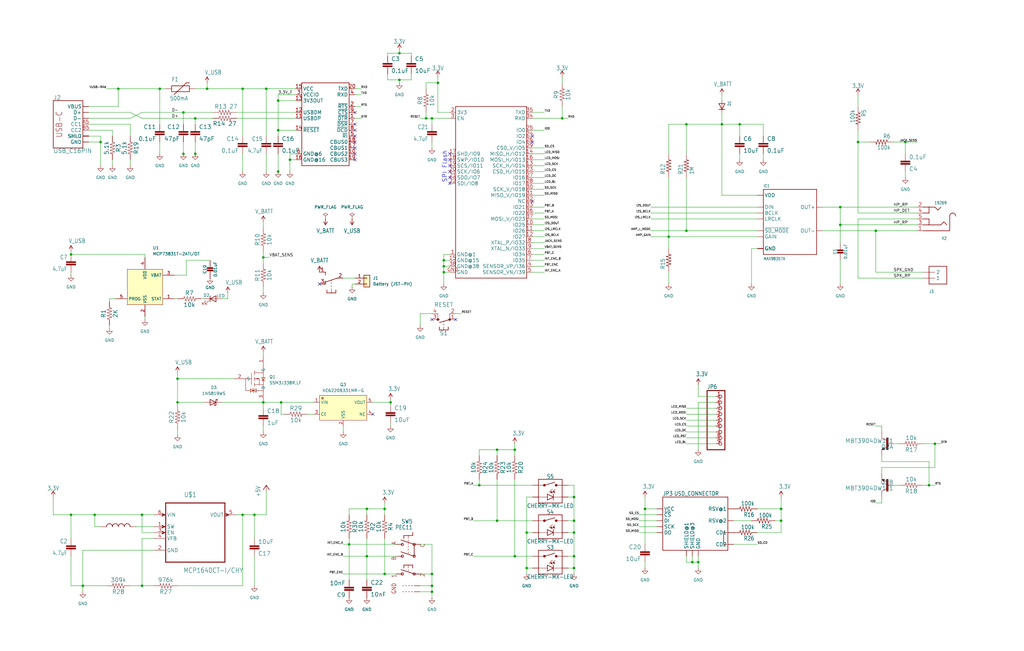
<source format=kicad_sch>
(kicad_sch (version 20250114) (generator "eeschema") (generator_version "9.0")
  (paper "User" 439.572 279.552)
  (text "SPI Flash" (at 192.024 78.486 90) (effects (font (size 1.905 1.905)) (justify left bottom)))
  (junction (at 165.1 246.38))
  (junction (at 294.64 53.34))
  (junction (at 185.42 50.8))
  (junction (at 76.2 172.72))
  (junction (at 119.38 43.18))
  (junction (at 185.42 251.46))
  (junction (at 297.18 241.3))
  (junction (at 205.74 208.28))
  (junction (at 220.98 193.04))
  (junction (at 220.98 238.76))
  (junction (at 60.96 251.46))
  (junction (at 43.18 60.96))
  (junction (at 185.42 254))
  (junction (at 226.06 228.6))
  (junction (at 287.02 101.6))
  (junction (at 335.28 218.44))
  (junction (at 119.38 73.641))
  (junction (at 375.92 99.06))
  (junction (at 120.65 172.72))
  (junction (at 109.22 220.98))
  (junction (at 317.5 53.34))
  (junction (at 246.38 223.52))
  (junction (at 167.64 172.72))
  (junction (at 157.48 218.44))
  (junction (at 398.78 208.28))
  (junction (at 190.5 116.84))
  (junction (at 187.96 35.56))
  (junction (at 246.38 238.76))
  (junction (at 360.68 96.52))
  (junction (at 246.38 213.36))
  (junction (at 388.62 60.96))
  (junction (at 165.1 218.44))
  (junction (at 124.46 68.58))
  (junction (at 83.82 50.8))
  (junction (at 30.48 220.98))
  (junction (at 149.86 233.68))
  (junction (at 335.28 223.52))
  (junction (at 171.45 22.86))
  (junction (at 83.82 66.0133))
  (junction (at 119.38 55.88))
  (junction (at 182.88 50.8))
  (junction (at 60.96 220.98))
  (junction (at 114.3 38.1))
  (junction (at 104.14 38.1))
  (junction (at 246.38 243.84))
  (junction (at 40.64 220.98))
  (junction (at 360.68 88.9))
  (junction (at 157.48 238.76))
  (junction (at 76.2 162.56))
  (junction (at 190.5 114.3))
  (junction (at 294.64 99.06))
  (junction (at 368.3 60.96))
  (junction (at 30.48 109.22))
  (junction (at 78.74 48.26))
  (junction (at 401.32 190.5))
  (junction (at 50.8 38.1))
  (junction (at 104.14 220.98))
  (junction (at 226.06 243.84))
  (junction (at 299.72 241.3))
  (junction (at 88.9 38.1))
  (junction (at 213.36 223.52))
  (junction (at 113.03 110.49))
  (junction (at 246.38 228.6))
  (junction (at 171.45 34.29))
  (junction (at 78.74 66.0133))
  (junction (at 113.03 172.72))
  (junction (at 35.56 251.46))
  (junction (at 185.42 246.38))
  (junction (at 213.36 193.04))
  (junction (at 309.88 53.34))
  (junction (at 241.3 50.8))
  (junction (at 190.5 111.76))
  (junction (at 276.86 218.44))
  (junction (at 68.58 38.1))
  (no_connect (at 137.16 121.92))
  (no_connect (at 193.04 68.58))
  (no_connect (at 152.4 48.26))
  (no_connect (at 152.4 60.96))
  (no_connect (at 228.6 58.42))
  (no_connect (at 228.6 86.36))
  (no_connect (at 152.4 55.88))
  (no_connect (at 152.4 68.58))
  (no_connect (at 193.04 66.04))
  (no_connect (at 152.4 63.5))
  (no_connect (at 195.58 137.16))
  (no_connect (at 228.6 60.96))
  (no_connect (at 160.02 177.8))
  (no_connect (at 152.4 53.34))
  (no_connect (at 185.42 137.16))
  (no_connect (at 193.04 71.12))
  (no_connect (at 193.04 78.74))
  (no_connect (at 152.4 58.42))
  (no_connect (at 152.4 66.04))
  (no_connect (at 193.04 73.66))
  (no_connect (at 193.04 76.2))
  (wire (pts (xy 220.98 205.74) (xy 220.98 238.76)) (stroke (width 0.1524)))
  (wire (pts (xy 157.48 231.14) (xy 157.48 238.76)) (stroke (width 0.1524)))
  (wire (pts (xy 190.5 114.3) (xy 190.5 116.84)) (stroke (width 0.1524)))
  (wire (pts (xy 55.88 48.26) (xy 60.96 50.8)) (stroke (width 0.1524)))
  (wire (pts (xy 226.06 213.36) (xy 226.06 228.6)) (stroke (width 0.1524)))
  (wire (pts (xy 325.12 101.6) (xy 287.02 101.6)) (stroke (width 0.1524)))
  (wire (pts (xy 35.56 251.46) (xy 30.48 251.46)) (stroke (width 0.1524)))
  (wire (pts (xy 335.28 223.52) (xy 335.28 218.44)) (stroke (width 0.1524)))
  (wire (pts (xy 48.26 55.88) (xy 48.26 58.42)) (stroke (width 0.1524)))
  (wire (pts (xy 176.53 34.29) (xy 176.53 31.75)) (stroke (width 0.1524)))
  (wire (pts (xy 38.1 53.34) (xy 55.88 53.34)) (stroke (width 0.1524)))
  (wire (pts (xy 157.48 238.76) (xy 147.32 238.76)) (stroke (width 0.1524)))
  (wire (pts (xy 294.64 99.06) (xy 279.4 99.06)) (stroke (width 0.1524)))
  (wire (pts (xy 104.14 220.98) (xy 109.22 220.98)) (stroke (width 0.1524)))
  (wire (pts (xy 388.62 76.2) (xy 388.62 73.66)) (stroke (width 0.1524)))
  (wire (pts (xy 74.93 118.11) (xy 80.01 118.11)))
  (wire (pts (xy 332.74 223.52) (xy 335.28 223.52)) (stroke (width 0.1524)))
  (wire (pts (xy 171.45 21.59) (xy 171.45 22.86)))
  (wire (pts (xy 360.68 111.76) (xy 360.68 121.92)) (stroke (width 0.1524)))
  (wire (pts (xy 55.88 71.12) (xy 55.88 68.58)) (stroke (width 0.1524)))
  (wire (pts (xy 378.46 203.2) (xy 378.46 200.66)) (stroke (width 0.1524)))
  (wire (pts (xy 62.23 135.89) (xy 62.23 137.16)))
  (wire (pts (xy 327.66 53.34) (xy 327.66 58.42)) (stroke (width 0.1524)))
  (wire (pts (xy 78.74 66.04) (xy 78.74 66.0133)) (stroke (width 0.1524)))
  (wire (pts (xy 396.24 190.5) (xy 401.32 190.5)) (stroke (width 0.1524)))
  (wire (pts (xy 30.48 109.22) (xy 30.48 107.95)))
  (wire (pts (xy 190.5 111.76) (xy 190.5 114.3)) (stroke (width 0.1524)))
  (wire (pts (xy 193.04 109.22) (xy 190.5 109.22)) (stroke (width 0.1524)))
  (wire (pts (xy 287.02 53.34) (xy 287.02 66.04)) (stroke (width 0.1524)))
  (wire (pts (xy 309.88 53.34) (xy 309.88 48.26)) (stroke (width 0.1524)))
  (wire (pts (xy 228.6 91.44) (xy 233.68 91.44)) (stroke (width 0.1524)))
  (wire (pts (xy 109.22 220.98) (xy 114.3 220.98)) (stroke (width 0.1524)))
  (wire (pts (xy 360.68 88.9) (xy 393.7 88.9)) (stroke (width 0.1524)))
  (wire (pts (xy 124.46 66.04) (xy 124.46 68.58)) (stroke (width 0.1524)))
  (wire (pts (xy 66.04 236.22) (xy 35.56 236.22)) (stroke (width 0.1524)))
  (wire (pts (xy 375.92 99.06) (xy 393.7 99.06)) (stroke (width 0.1524)))
  (wire (pts (xy 220.98 238.76) (xy 203.2 238.76)) (stroke (width 0.1524)))
  (wire (pts (xy 43.18 58.42) (xy 38.1 58.42)) (stroke (width 0.1524)))
  (wire (pts (xy 378.46 198.12) (xy 378.46 195.58)) (stroke (width 0.1524)))
  (wire (pts (xy 76.2 162.56) (xy 100.33 162.56)))
  (wire (pts (xy 193.04 48.26) (xy 187.96 48.26)) (stroke (width 0.1524)))
  (wire (pts (xy 205.74 208.28) (xy 203.2 208.28)) (stroke (width 0.1524)))
  (wire (pts (xy 228.6 109.22) (xy 233.68 109.22)) (stroke (width 0.1524)))
  (wire (pts (xy 166.37 22.86) (xy 171.45 22.86)) (stroke (width 0.1524)))
  (wire (pts (xy 368.3 60.96) (xy 368.3 55.88)) (stroke (width 0.1524)))
  (wire (pts (xy 335.28 228.6) (xy 335.28 223.52)) (stroke (width 0.1524)))
  (wire (pts (xy 246.38 213.36) (xy 246.38 223.52)) (stroke (width 0.1524)))
  (wire (pts (xy 325.12 88.9) (xy 279.4 88.9)) (stroke (width 0.1524)))
  (wire (pts (xy 325.12 218.44) (xy 335.28 218.44)) (stroke (width 0.1524)))
  (wire (pts (xy 299.72 170.18) (xy 299.72 165.1)) (stroke (width 0.1524)))
  (wire (pts (xy 368.3 93.98) (xy 393.7 93.98)) (stroke (width 0.1524)))
  (wire (pts (xy 281.94 223.52) (xy 274.32 223.52)) (stroke (width 0.1524)))
  (wire (pts (xy 309.88 40.64) (xy 309.88 43.18)) (stroke (width 0.1524)))
  (wire (pts (xy 113.03 125.73) (xy 113.03 123.19)) (stroke (width 0.1524)))
  (wire (pts (xy 233.68 78.74) (xy 228.6 78.74)) (stroke (width 0.1524)))
  (wire (pts (xy 170.18 238.76) (xy 157.48 238.76)) (stroke (width 0.1524)))
  (wire (pts (xy 149.86 233.68) (xy 147.32 233.68)) (stroke (width 0.1524)))
  (wire (pts (xy 76.2 186.69) (xy 76.2 184.15)) (stroke (width 0.1524)))
  (wire (pts (xy 281.94 220.98) (xy 274.32 220.98)) (stroke (width 0.1524)))
  (wire (pts (xy 50.8 38.1) (xy 68.58 38.1)) (stroke (width 0.1524)))
  (wire (pts (xy 368.3 91.44) (xy 368.3 60.96)) (stroke (width 0.1524)))
  (wire (pts (xy 294.64 238.76) (xy 294.64 241.3)) (stroke (width 0.1524)))
  (wire (pts (xy 83.82 50.8) (xy 83.82 53.34)) (stroke (width 0.1524)))
  (wire (pts (xy 276.86 218.44) (xy 276.86 233.68)) (stroke (width 0.1524)))
  (wire (pts (xy 55.88 50.8) (xy 60.96 48.26)) (stroke (width 0.1524)))
  (wire (pts (xy 398.78 198.12) (xy 378.46 198.12)) (stroke (width 0.1524)))
  (wire (pts (xy 190.5 116.84) (xy 193.04 116.84)) (stroke (width 0.1524)))
  (wire (pts (xy 35.56 236.22) (xy 35.56 251.46)) (stroke (width 0.1524)))
  (wire (pts (xy 307.34 175.26) (xy 294.64 175.26)) (stroke (width 0.1524)))
  (wire (pts (xy 386.08 190.5) (xy 383.54 190.5)) (stroke (width 0.1524)))
  (wire (pts (xy 228.6 114.3) (xy 233.68 114.3)) (stroke (width 0.1524)))
  (wire (pts (xy 30.48 118.11) (xy 30.48 116.84)))
  (wire (pts (xy 40.64 226.06) (xy 40.64 220.98)) (stroke (width 0.1524)))
  (wire (pts (xy 167.64 171.45) (xy 167.64 172.72)))
  (wire (pts (xy 30.48 220.98) (xy 22.86 220.98)) (stroke (width 0.1524)))
  (wire (pts (xy 88.9 38.1) (xy 88.9 35.56)) (stroke (width 0.1524)))
  (wire (pts (xy 104.14 38.1) (xy 114.3 38.1)) (stroke (width 0.1524)))
  (wire (pts (xy 119.38 55.88) (xy 127 55.88)) (stroke (width 0.1524)))
  (wire (pts (xy 205.74 205.74) (xy 205.74 208.28)) (stroke (width 0.1524)))
  (wire (pts (xy 228.6 50.8) (xy 241.3 50.8)) (stroke (width 0.1524)))
  (wire (pts (xy 226.06 228.6) (xy 226.06 243.84)) (stroke (width 0.1524)))
  (wire (pts (xy 109.22 231.14) (xy 109.22 220.98)) (stroke (width 0.1524)))
  (wire (pts (xy 373.38 60.96) (xy 368.3 60.96)) (stroke (width 0.1524)))
  (wire (pts (xy 287.02 101.6) (xy 287.02 76.2)) (stroke (width 0.1524)))
  (wire (pts (xy 307.34 185.42) (xy 294.64 185.42)) (stroke (width 0.1524)))
  (wire (pts (xy 228.6 73.66) (xy 233.68 73.66)) (stroke (width 0.1524)))
  (wire (pts (xy 228.6 101.6) (xy 233.68 101.6)) (stroke (width 0.1524)))
  (wire (pts (xy 182.88 35.56) (xy 187.96 35.56)) (stroke (width 0.1524)))
  (wire (pts (xy 119.38 55.88) (xy 119.38 43.18)) (stroke (width 0.1524)))
  (wire (pts (xy 157.48 220.98) (xy 157.48 218.44)) (stroke (width 0.1524)))
  (wire (pts (xy 68.58 38.1) (xy 71.12 38.1)) (stroke (width 0.1524)))
  (wire (pts (xy 185.42 246.38) (xy 185.42 251.46)) (stroke (width 0.1524)))
  (wire (pts (xy 76.2 162.56) (xy 76.2 172.72)))
  (wire (pts (xy 228.6 104.14) (xy 233.68 104.14)) (stroke (width 0.1524)))
  (wire (pts (xy 294.64 53.34) (xy 309.88 53.34)) (stroke (width 0.1524)))
  (wire (pts (xy 124.46 68.58) (xy 124.46 73.66)) (stroke (width 0.1524)))
  (wire (pts (xy 378.46 185.42) (xy 378.46 182.88)) (stroke (width 0.1524)))
  (wire (pts (xy 228.6 238.76) (xy 220.98 238.76)) (stroke (width 0.1524)))
  (wire (pts (xy 360.68 88.9) (xy 360.68 96.52)) (stroke (width 0.1524)))
  (wire (pts (xy 243.84 213.36) (xy 246.38 213.36)) (stroke (width 0.1524)))
  (wire (pts (xy 182.88 50.8) (xy 180.34 50.8)) (stroke (width 0.1524)))
  (wire (pts (xy 393.7 91.44) (xy 368.3 91.44)) (stroke (width 0.1524)))
  (wire (pts (xy 78.74 66.0133) (xy 78.74 60.96)) (stroke (width 0.1524)))
  (wire (pts (xy 386.08 208.28) (xy 383.54 208.28)) (stroke (width 0.1524)))
  (wire (pts (xy 185.42 254) (xy 185.42 256.54)) (stroke (width 0.1524)))
  (wire (pts (xy 171.45 34.29) (xy 171.45 35.56)))
  (wire (pts (xy 119.38 43.18) (xy 119.38 40.64)) (stroke (width 0.1524)))
  (wire (pts (xy 307.34 172.72) (xy 299.72 172.72)) (stroke (width 0.1524)))
  (wire (pts (xy 88.9 38.1) (xy 104.14 38.1)) (stroke (width 0.1524)))
  (wire (pts (xy 43.18 58.42) (xy 43.18 60.96)) (stroke (width 0.1524)))
  (wire (pts (xy 190.5 109.22) (xy 190.5 111.76)) (stroke (width 0.1524)))
  (wire (pts (xy 325.12 93.98) (xy 279.4 93.98)) (stroke (width 0.1524)))
  (wire (pts (xy 60.96 231.14) (xy 60.96 251.46)) (stroke (width 0.1524)))
  (wire (pts (xy 46.99 139.7) (xy 46.99 140.97)))
  (wire (pts (xy 151.13 121.92) (xy 152.4 121.92)))
  (wire (pts (xy 243.84 208.28) (xy 246.38 208.28)) (stroke (width 0.1524)))
  (wire (pts (xy 287.02 116.84) (xy 287.02 121.92)) (stroke (width 0.1524)))
  (wire (pts (xy 193.04 114.3) (xy 190.5 114.3)) (stroke (width 0.1524)))
  (wire (pts (xy 228.6 76.2) (xy 233.68 76.2)) (stroke (width 0.1524)))
  (wire (pts (xy 104.14 58.42) (xy 104.14 38.1)) (stroke (width 0.1524)))
  (wire (pts (xy 66.04 220.98) (xy 60.96 220.98)) (stroke (width 0.1524)))
  (wire (pts (xy 66.04 228.6) (xy 60.96 228.6)) (stroke (width 0.1524)))
  (wire (pts (xy 166.37 34.29) (xy 171.45 34.29)) (stroke (width 0.1524)))
  (wire (pts (xy 220.98 193.04) (xy 220.98 195.58)) (stroke (width 0.1524)))
  (wire (pts (xy 80.01 118.11) (xy 80.01 111.76)))
  (wire (pts (xy 91.44 48.26) (xy 78.74 48.26)) (stroke (width 0.1524)))
  (wire (pts (xy 119.38 58.42) (xy 119.38 55.88)) (stroke (width 0.1524)))
  (wire (pts (xy 80.01 111.76) (xy 90.17 111.76)))
  (wire (pts (xy 297.18 241.3) (xy 294.64 241.3)) (stroke (width 0.1524)))
  (wire (pts (xy 213.36 223.52) (xy 203.2 223.52)) (stroke (width 0.1524)))
  (wire (pts (xy 68.58 53.34) (xy 68.58 38.1)) (stroke (width 0.1524)))
  (wire (pts (xy 375.92 116.84) (xy 375.92 99.06)) (stroke (width 0.1524)))
  (wire (pts (xy 182.88 38.1) (xy 182.88 35.56)) (stroke (width 0.1524)))
  (wire (pts (xy 325.12 83.82) (xy 309.88 83.82)) (stroke (width 0.1524)))
  (wire (pts (xy 243.84 243.84) (xy 246.38 243.84)) (stroke (width 0.1524)))
  (wire (pts (xy 152.4 40.64) (xy 154.94 40.64)) (stroke (width 0.1524)))
  (wire (pts (xy 325.12 99.06) (xy 294.64 99.06)) (stroke (width 0.1524)))
  (wire (pts (xy 46.99 128.27) (xy 49.53 128.27)))
  (wire (pts (xy 327.66 68.58) (xy 327.66 66.04)) (stroke (width 0.1524)))
  (wire (pts (xy 228.6 228.6) (xy 226.06 228.6)) (stroke (width 0.1524)))
  (wire (pts (xy 187.96 48.26) (xy 187.96 35.56)) (stroke (width 0.1524)))
  (wire (pts (xy 38.1 55.88) (xy 48.26 55.88)) (stroke (width 0.1524)))
  (wire (pts (xy 60.96 251.46) (xy 55.88 251.46)) (stroke (width 0.1524)))
  (wire (pts (xy 132.08 177.8) (xy 134.62 177.8)))
  (wire (pts (xy 127 66.04) (xy 124.46 66.04)) (stroke (width 0.1524)))
  (wire (pts (xy 165.1 231.14) (xy 165.1 246.38)) (stroke (width 0.1524)))
  (wire (pts (xy 119.38 73.641) (xy 119.38 66.04)) (stroke (width 0.1524)))
  (wire (pts (xy 190.5 111.76) (xy 193.04 111.76)) (stroke (width 0.1524)))
  (wire (pts (xy 228.6 55.88) (xy 233.68 55.88)) (stroke (width 0.1524)))
  (wire (pts (xy 38.1 50.8) (xy 55.88 50.8)) (stroke (width 0.1524)))
  (wire (pts (xy 180.34 251.46) (xy 185.42 251.46)) (stroke (width 0.1524)))
  (wire (pts (xy 396.24 119.38) (xy 368.3 119.38)) (stroke (width 0.1524)))
  (wire (pts (xy 30.48 231.14) (xy 30.48 220.98)) (stroke (width 0.1524)))
  (wire (pts (xy 167.64 172.72) (xy 160.02 172.72)))
  (wire (pts (xy 205.74 195.58) (xy 205.74 193.04)) (stroke (width 0.1524)))
  (wire (pts (xy 325.12 91.44) (xy 279.4 91.44)) (stroke (width 0.1524)))
  (wire (pts (xy 228.6 71.12) (xy 233.68 71.12)) (stroke (width 0.1524)))
  (wire (pts (xy 40.64 220.98) (xy 30.48 220.98)) (stroke (width 0.1524)))
  (wire (pts (xy 294.64 76.2) (xy 294.64 99.06)) (stroke (width 0.1524)))
  (wire (pts (xy 114.3 220.98) (xy 114.3 210.82)) (stroke (width 0.1524)))
  (wire (pts (xy 246.38 238.76) (xy 246.38 243.84)) (stroke (width 0.1524)))
  (wire (pts (xy 228.6 83.82) (xy 233.68 83.82)) (stroke (width 0.1524)))
  (wire (pts (xy 299.72 241.3) (xy 299.72 243.84)) (stroke (width 0.1524)))
  (wire (pts (xy 86.36 128.27) (xy 87.63 128.27)))
  (wire (pts (xy 378.46 182.88) (xy 375.92 182.88)) (stroke (width 0.1524)))
  (wire (pts (xy 104.14 251.46) (xy 104.14 220.98)) (stroke (width 0.1524)))
  (wire (pts (xy 171.45 22.86) (xy 176.53 22.86)) (stroke (width 0.1524)))
  (wire (pts (xy 38.1 48.26) (xy 55.88 48.26)) (stroke (width 0.1524)))
  (wire (pts (xy 190.5 116.84) (xy 190.5 121.92)) (stroke (width 0.1524)))
  (wire (pts (xy 157.48 248.92) (xy 157.48 238.76)) (stroke (width 0.1524)))
  (wire (pts (xy 314.96 233.68) (xy 325.12 233.68)) (stroke (width 0.1524)))
  (wire (pts (xy 243.84 223.52) (xy 246.38 223.52)) (stroke (width 0.1524)))
  (wire (pts (xy 83.82 38.1) (xy 88.9 38.1)) (stroke (width 0.1524)))
  (wire (pts (xy 50.8 45.72) (xy 50.8 38.1)) (stroke (width 0.1524)))
  (wire (pts (xy 46.99 129.54) (xy 46.99 128.27)))
  (wire (pts (xy 388.62 60.96) (xy 383.54 60.96)) (stroke (width 0.1524)))
  (wire (pts (xy 205.74 193.04) (xy 213.36 193.04)) (stroke (width 0.1524)))
  (wire (pts (xy 185.42 233.68) (xy 185.42 246.38)) (stroke (width 0.1524)))
  (wire (pts (xy 78.74 48.26) (xy 60.96 48.26)) (stroke (width 0.1524)))
  (wire (pts (xy 113.03 172.72) (xy 120.65 172.72)))
  (wire (pts (xy 228.6 68.58) (xy 233.68 68.58)) (stroke (width 0.1524)))
  (wire (pts (xy 299.72 238.76) (xy 299.72 241.3)) (stroke (width 0.1524)))
  (wire (pts (xy 228.6 99.06) (xy 233.68 99.06)) (stroke (width 0.1524)))
  (wire (pts (xy 246.38 208.28) (xy 246.38 213.36)) (stroke (width 0.1524)))
  (wire (pts (xy 276.86 218.44) (xy 276.86 213.36)) (stroke (width 0.1524)))
  (wire (pts (xy 55.88 53.34) (xy 55.88 58.42)) (stroke (width 0.1524)))
  (wire (pts (xy 109.22 238.76) (xy 109.22 251.46)) (stroke (width 0.1524)))
  (wire (pts (xy 307.34 190.5) (xy 294.64 190.5)) (stroke (width 0.1524)))
  (wire (pts (xy 97.79 125.73) (xy 97.79 128.27)))
  (wire (pts (xy 62.23 109.22) (xy 62.23 110.49)))
  (wire (pts (xy 152.4 38.1) (xy 154.94 38.1)) (stroke (width 0.1524)))
  (wire (pts (xy 246.38 243.84) (xy 246.38 246.38)) (stroke (width 0.1524)))
  (wire (pts (xy 60.96 231.14) (xy 66.04 231.14)) (stroke (width 0.1524)))
  (wire (pts (xy 48.26 71.12) (xy 48.26 68.58)) (stroke (width 0.1524)))
  (wire (pts (xy 401.32 190.5) (xy 403.86 190.5)) (stroke (width 0.1524)))
  (wire (pts (xy 101.6 220.98) (xy 104.14 220.98)) (stroke (width 0.1524)))
  (wire (pts (xy 60.96 251.46) (xy 66.04 251.46)) (stroke (width 0.1524)))
  (wire (pts (xy 309.88 53.34) (xy 317.5 53.34)) (stroke (width 0.1524)))
  (wire (pts (xy 50.8 38.1) (xy 45.72 38.1)) (stroke (width 0.1524)))
  (wire (pts (xy 127 68.58) (xy 124.46 68.58)) (stroke (width 0.1524)))
  (wire (pts (xy 401.32 200.66) (xy 401.32 190.5)) (stroke (width 0.1524)))
  (wire (pts (xy 228.6 48.26) (xy 233.68 48.26)) (stroke (width 0.1524)))
  (wire (pts (xy 165.1 218.44) (xy 165.1 220.98)) (stroke (width 0.1524)))
  (wire (pts (xy 396.24 116.84) (xy 375.92 116.84)) (stroke (width 0.1524)))
  (wire (pts (xy 228.6 63.5) (xy 233.68 63.5)) (stroke (width 0.1524)))
  (wire (pts (xy 294.64 53.34) (xy 287.02 53.34)) (stroke (width 0.1524)))
  (wire (pts (xy 393.7 60.96) (xy 388.62 60.96)) (stroke (width 0.1524)))
  (wire (pts (xy 233.68 88.9) (xy 228.6 88.9)) (stroke (width 0.1524)))
  (wire (pts (xy 322.58 106.68) (xy 322.58 121.92)) (stroke (width 0.1524)))
  (wire (pts (xy 113.03 110.49) (xy 115.57 110.49)) (stroke (width 0.1524)))
  (wire (pts (xy 180.34 246.38) (xy 185.42 246.38)) (stroke (width 0.1524)))
  (wire (pts (xy 104.14 73.66) (xy 104.14 66.04)) (stroke (width 0.1524)))
  (wire (pts (xy 78.74 48.26) (xy 78.74 53.34)) (stroke (width 0.1524)))
  (wire (pts (xy 226.06 243.84) (xy 226.06 246.38)) (stroke (width 0.1524)))
  (wire (pts (xy 60.96 220.98) (xy 40.64 220.98)) (stroke (width 0.1524)))
  (wire (pts (xy 182.88 50.8) (xy 182.88 48.26)) (stroke (width 0.1524)))
  (wire (pts (xy 165.1 246.38) (xy 147.32 246.38)) (stroke (width 0.1524)))
  (wire (pts (xy 213.36 193.04) (xy 220.98 193.04)) (stroke (width 0.1524)))
  (wire (pts (xy 114.3 73.66) (xy 114.3 66.04)) (stroke (width 0.1524)))
  (wire (pts (xy 241.3 33.02) (xy 241.3 35.56)) (stroke (width 0.1524)))
  (wire (pts (xy 317.5 53.34) (xy 317.5 58.42)) (stroke (width 0.1524)))
  (wire (pts (xy 76.2 128.27) (xy 74.93 128.27)))
  (wire (pts (xy 388.62 60.96) (xy 388.62 66.04)) (stroke (width 0.1524)))
  (wire (pts (xy 294.64 180.34) (xy 307.34 180.34)) (stroke (width 0.1524)))
  (wire (pts (xy 167.64 172.72) (xy 167.64 173.99)))
  (wire (pts (xy 297.18 238.76) (xy 297.18 241.3)) (stroke (width 0.1524)))
  (wire (pts (xy 35.56 251.46) (xy 35.56 254)) (stroke (width 0.1524)))
  (wire (pts (xy 83.82 66.0133) (xy 83.82 60.96)) (stroke (width 0.1524)))
  (wire (pts (xy 246.38 223.52) (xy 246.38 228.6)) (stroke (width 0.1524)))
  (wire (pts (xy 228.6 243.84) (xy 226.06 243.84)) (stroke (width 0.1524)))
  (wire (pts (xy 378.46 215.9) (xy 375.92 215.9)) (stroke (width 0.1524)))
  (wire (pts (xy 396.24 208.28) (xy 398.78 208.28)) (stroke (width 0.1524)))
  (wire (pts (xy 170.18 233.68) (xy 149.86 233.68)) (stroke (width 0.1524)))
  (wire (pts (xy 95.25 172.72) (xy 113.03 172.72)))
  (wire (pts (xy 30.48 251.46) (xy 30.48 238.76)) (stroke (width 0.1524)))
  (wire (pts (xy 307.34 177.8) (xy 294.64 177.8)) (stroke (width 0.1524)))
  (wire (pts (xy 127 50.8) (xy 101.6 50.8)) (stroke (width 0.1524)))
  (wire (pts (xy 113.03 172.72) (xy 113.03 175.26)))
  (wire (pts (xy 233.68 111.76) (xy 228.6 111.76)) (stroke (width 0.1524)))
  (wire (pts (xy 76.2 172.72) (xy 76.2 173.99)))
  (wire (pts (xy 228.6 81.28) (xy 233.68 81.28)) (stroke (width 0.1524)))
  (wire (pts (xy 299.72 241.3) (xy 297.18 241.3)) (stroke (width 0.1524)))
  (wire (pts (xy 83.82 50.8) (xy 60.96 50.8)) (stroke (width 0.1524)))
  (wire (pts (xy 307.34 187.96) (xy 294.64 187.96)) (stroke (width 0.1524)))
  (wire (pts (xy 120.65 177.8) (xy 121.92 177.8)))
  (wire (pts (xy 113.03 151.13) (xy 113.03 152.4)))
  (wire (pts (xy 228.6 213.36) (xy 226.06 213.36)) (stroke (width 0.1524)))
  (wire (pts (xy 119.38 40.64) (xy 127 40.64)) (stroke (width 0.1524)))
  (wire (pts (xy 243.84 228.6) (xy 246.38 228.6)) (stroke (width 0.1524)))
  (wire (pts (xy 165.1 218.44) (xy 165.1 215.9)) (stroke (width 0.1524)))
  (wire (pts (xy 276.86 241.3) (xy 276.86 243.84)) (stroke (width 0.1524)))
  (wire (pts (xy 378.46 215.9) (xy 378.46 213.36)) (stroke (width 0.1524)))
  (wire (pts (xy 287.02 106.68) (xy 287.02 101.6)) (stroke (width 0.1524)))
  (wire (pts (xy 185.42 251.46) (xy 185.42 254)) (stroke (width 0.1524)))
  (wire (pts (xy 335.28 218.44) (xy 335.28 213.36)) (stroke (width 0.1524)))
  (wire (pts (xy 76.2 251.46) (xy 104.14 251.46)) (stroke (width 0.1524)))
  (wire (pts (xy 50.8 45.72) (xy 38.1 45.72)) (stroke (width 0.1524)))
  (wire (pts (xy 213.36 193.04) (xy 213.36 195.58)) (stroke (width 0.1524)))
  (wire (pts (xy 228.6 93.98) (xy 233.68 93.98)) (stroke (width 0.1524)))
  (wire (pts (xy 360.68 96.52) (xy 360.68 104.14)) (stroke (width 0.1524)))
  (wire (pts (xy 220.98 193.04) (xy 220.98 190.5)) (stroke (width 0.1524)))
  (wire (pts (xy 113.03 110.49) (xy 113.03 113.03)) (stroke (width 0.1524)))
  (wire (pts (xy 185.42 53.34) (xy 185.42 50.8)) (stroke (width 0.1524)))
  (wire (pts (xy 119.38 73.66) (xy 119.38 73.641)) (stroke (width 0.1524)))
  (wire (pts (xy 166.37 22.86) (xy 166.37 24.13)) (stroke (width 0.1524)))
  (wire (pts (xy 281.94 226.06) (xy 274.32 226.06)) (stroke (width 0.1524)))
  (wire (pts (xy 228.6 66.04) (xy 233.68 66.04)) (stroke (width 0.1524)))
  (wire (pts (xy 198.12 134.62) (xy 195.58 134.62)) (stroke (width 0.1524)))
  (wire (pts (xy 60.96 228.6) (xy 60.96 220.98)) (stroke (width 0.1524)))
  (wire (pts (xy 157.48 218.44) (xy 149.86 218.44)) (stroke (width 0.1524)))
  (wire (pts (xy 180.34 254) (xy 185.42 254)) (stroke (width 0.1524)))
  (wire (pts (xy 180.34 233.68) (xy 185.42 233.68)) (stroke (width 0.1524)))
  (wire (pts (xy 171.45 34.29) (xy 176.53 34.29)) (stroke (width 0.1524)))
  (wire (pts (xy 176.53 22.86) (xy 176.53 24.13)) (stroke (width 0.1524)))
  (wire (pts (xy 149.86 231.14) (xy 149.86 233.68)) (stroke (width 0.1524)))
  (wire (pts (xy 322.58 223.52) (xy 314.96 223.52)) (stroke (width 0.1524)))
  (wire (pts (xy 241.3 45.72) (xy 241.3 50.8)) (stroke (width 0.1524)))
  (wire (pts (xy 307.34 170.18) (xy 299.72 170.18)) (stroke (width 0.1524)))
  (wire (pts (xy 353.06 88.9) (xy 360.68 88.9)) (stroke (width 0.1524)))
  (wire (pts (xy 76.2 172.72) (xy 87.63 172.72)))
  (wire (pts (xy 325.12 106.68) (xy 322.58 106.68)) (stroke (width 0.1524)))
  (wire (pts (xy 317.5 68.58) (xy 317.5 66.04)) (stroke (width 0.1524)))
  (wire (pts (xy 213.36 205.74) (xy 213.36 223.52)) (stroke (width 0.1524)))
  (wire (pts (xy 325.12 228.6) (xy 335.28 228.6)) (stroke (width 0.1524)))
  (wire (pts (xy 228.6 116.84) (xy 233.68 116.84)) (stroke (width 0.1524)))
  (wire (pts (xy 309.88 83.82) (xy 309.88 53.34)) (stroke (width 0.1524)))
  (wire (pts (xy 187.96 35.56) (xy 187.96 33.02)) (stroke (width 0.1524)))
  (wire (pts (xy 228.6 96.52) (xy 233.68 96.52)) (stroke (width 0.1524)))
  (wire (pts (xy 157.48 218.44) (xy 165.1 218.44)) (stroke (width 0.1524)))
  (wire (pts (xy 83.82 66.04) (xy 83.82 66.0133)) (stroke (width 0.1524)))
  (wire (pts (xy 241.3 50.8) (xy 243.84 50.8)) (stroke (width 0.1524)))
  (wire (pts (xy 368.3 40.64) (xy 368.3 45.72)) (stroke (width 0.1524)))
  (wire (pts (xy 30.48 109.22) (xy 62.23 109.22)))
  (wire (pts (xy 185.42 50.8) (xy 193.04 50.8)) (stroke (width 0.1524)))
  (wire (pts (xy 152.4 45.72) (xy 154.94 45.72)) (stroke (width 0.1524)))
  (wire (pts (xy 353.06 99.06) (xy 375.92 99.06)) (stroke (width 0.1524)))
  (wire (pts (xy 114.3 38.1) (xy 127 38.1)) (stroke (width 0.1524)))
  (wire (pts (xy 114.3 58.42) (xy 114.3 38.1)) (stroke (width 0.1524)))
  (wire (pts (xy 113.03 182.88) (xy 113.03 185.42)))
  (wire (pts (xy 113.03 107.95) (xy 113.03 110.49)) (stroke (width 0.1524)))
  (wire (pts (xy 43.18 226.06) (xy 40.64 226.06)) (stroke (width 0.1524)))
  (wire (pts (xy 281.94 218.44) (xy 276.86 218.44)) (stroke (width 0.1524)))
  (wire (pts (xy 167.64 181.61) (xy 167.64 182.88)))
  (wire (pts (xy 68.58 66.04) (xy 68.58 60.96)) (stroke (width 0.1524)))
  (wire (pts (xy 317.5 53.34) (xy 327.66 53.34)) (stroke (width 0.1524)))
  (wire (pts (xy 147.32 182.88) (xy 147.32 185.42)))
  (wire (pts (xy 170.18 246.38) (xy 165.1 246.38)) (stroke (width 0.1524)))
  (wire (pts (xy 127 48.26) (xy 101.6 48.26)) (stroke (width 0.1524)))
  (wire (pts (xy 43.18 60.96) (xy 43.18 71.12)) (stroke (width 0.1524)))
  (wire (pts (xy 166.37 34.29) (xy 166.37 31.75)) (stroke (width 0.1524)))
  (wire (pts (xy 228.6 223.52) (xy 213.36 223.52)) (stroke (width 0.1524)))
  (wire (pts (xy 120.65 172.72) (xy 120.65 177.8)))
  (wire (pts (xy 368.3 119.38) (xy 368.3 93.98)) (stroke (width 0.1524)))
  (wire (pts (xy 147.32 119.38) (xy 152.4 119.38)))
  (wire (pts (xy 294.64 66.04) (xy 294.64 53.34)) (stroke (width 0.1524)))
  (wire (pts (xy 180.34 139.7) (xy 180.34 134.62)) (stroke (width 0.1524)))
  (wire (pts (xy 120.65 172.72) (xy 134.62 172.72)))
  (wire (pts (xy 180.34 134.62) (xy 185.42 134.62)) (stroke (width 0.1524)))
  (wire (pts (xy 38.1 60.96) (xy 43.18 60.96)) (stroke (width 0.1524)))
  (wire (pts (xy 119.38 43.18) (xy 127 43.18)) (stroke (width 0.1524)))
  (wire (pts (xy 299.72 172.72) (xy 299.72 193.04)) (stroke (width 0.1524)))
  (wire (pts (xy 149.86 248.92) (xy 149.86 233.68)) (stroke (width 0.1524)))
  (wire (pts (xy 185.42 50.8) (xy 182.88 50.8)) (stroke (width 0.1524)))
  (wire (pts (xy 228.6 106.68) (xy 233.68 106.68)) (stroke (width 0.1524)))
  (wire (pts (xy 243.84 238.76) (xy 246.38 238.76)) (stroke (width 0.1524)))
  (wire (pts (xy 149.86 218.44) (xy 149.86 220.98)) (stroke (width 0.1524)))
  (wire (pts (xy 378.46 200.66) (xy 401.32 200.66)) (stroke (width 0.1524)))
  (wire (pts (xy 287.02 101.6) (xy 279.4 101.6)) (stroke (width 0.1524)))
  (wire (pts (xy 91.44 50.8) (xy 83.82 50.8)) (stroke (width 0.1524)))
  (wire (pts (xy 76.2 160.02) (xy 76.2 162.56)))
  (wire (pts (xy 398.78 208.28) (xy 398.78 198.12)) (stroke (width 0.1524)))
  (wire (pts (xy 360.68 96.52) (xy 393.7 96.52)) (stroke (width 0.1524)))
  (wire (pts (xy 228.6 208.28) (xy 205.74 208.28)) (stroke (width 0.1524)))
  (wire (pts (xy 22.86 220.98) (xy 22.86 213.36)) (stroke (width 0.1524)))
  (wire (pts (xy 151.13 123.19) (xy 151.13 121.92)))
  (wire (pts (xy 45.72 251.46) (xy 35.56 251.46)) (stroke (width 0.1524)))
  (wire (pts (xy 95.25 128.27) (xy 97.79 128.27)))
  (wire (pts (xy 66.04 226.06) (xy 58.42 226.06)) (stroke (width 0.1524)))
  (wire (pts (xy 152.4 50.8) (xy 154.94 50.8)) (stroke (width 0.1524)))
  (wire (pts (xy 281.94 228.6) (xy 274.32 228.6)) (stroke (width 0.1524)))
  (wire (pts (xy 113.03 97.79) (xy 113.03 95.25)) (stroke (width 0.1524)))
  (wire (pts (xy 398.78 208.28) (xy 401.32 208.28)) (stroke (width 0.1524)))
  (wire (pts (xy 246.38 228.6) (xy 246.38 238.76)) (stroke (width 0.1524)))
  (wire (pts (xy 185.42 63.5) (xy 185.42 60.96)) (stroke (width 0.1524)))
  (wire (pts (xy 307.34 182.88) (xy 294.64 182.88)) (stroke (width 0.1524)))
  (label "SD_SCK" (at 233.68 81.28 0) (effects (font (size 0.889 0.889))))
  (label "PBT_ENC" (at 147.32 246.38 180) (effects (font (size 0.889 0.889))))
  (label "LCD_DC" (at 233.68 76.2 0) (effects (font (size 0.889 0.889))))
  (label "HP_RP" (at 383.54 88.9 0) (effects (font (size 1.2446 1.2446))))
  (label "PBT_A" (at 203.2 208.28 180) (effects (font (size 0.889 0.889))))
  (label "JACK_SENS" (at 393.7 60.96 180) (effects (font (size 0.889 0.889))))
  (label "INT_ENC_A" (at 147.32 233.68 180) (effects (font (size 0.889 0.889))))
  (label "LCD_MOSI" (at 233.68 68.58 0) (effects (font (size 0.889 0.889))))
  (label "SD_CS" (at 274.32 220.98 180) (effects (font (size 0.889 0.889))))
  (label "3.3V_F" (at 119.38 40.64 0) (effects (font (size 1.2446 1.2446))))
  (label "I2S_LRCLK" (at 279.4 93.98 180) (effects (font (size 0.889 0.889))))
  (label "LCD_BL" (at 294.64 190.5 180) (effects (font (size 0.889 0.889))))
  (label "TXD" (at 233.68 48.26 0) (effects (font (size 0.889 0.889))))
  (label "PBT_C" (at 203.2 238.76 180) (effects (font (size 0.889 0.889))))
  (label "IO0" (at 375.92 215.9 180) (effects (font (size 0.889 0.889))))
  (label "I2S_DOUT" (at 233.68 96.52 0) (effects (font (size 0.889 0.889))))
  (label "SD_CS" (at 233.68 63.5 0) (effects (font (size 0.889 0.889))))
  (label "RXD" (at 154.94 38.1 0) (effects (font (size 0.889 0.889))))
  (label "I2S_DOUT" (at 279.4 88.9 180) (effects (font (size 0.889 0.889))))
  (label "LCD_DC" (at 294.64 185.42 180) (effects (font (size 0.889 0.889))))
  (label "LCD_RST" (at 294.64 187.96 180) (effects (font (size 0.889 0.889))))
  (label "PBT_B" (at 203.2 223.52 180) (effects (font (size 0.889 0.889))))
  (label "VBAT_SENS" (at 115.57 110.49 0) (effects (font (size 1.2446 1.2446))))
  (label "PBT_C" (at 233.68 109.22 0) (effects (font (size 0.889 0.889))))
  (label "AMP_L_MODE" (at 279.4 99.06 180) (effects (font (size 0.889 0.889))))
  (label "I2S_BCLK" (at 279.4 91.44 180) (effects (font (size 0.889 0.889))))
  (label "IO0" (at 233.68 55.88 0) (effects (font (size 0.889 0.889))))
  (label "SD_MISO" (at 274.32 228.6 180) (effects (font (size 0.889 0.889))))
  (label "I2S_BCLK" (at 233.68 101.6 0) (effects (font (size 0.889 0.889))))
  (label "SPK_GND" (at 383.54 116.84 0) (effects (font (size 1.2446 1.2446))))
  (label "AMP_GAIN" (at 279.4 101.6 180) (effects (font (size 0.889 0.889))))
  (label "LCD_MISO" (at 294.64 175.26 180) (effects (font (size 0.889 0.889))))
  (label "JACK_SENS" (at 233.68 104.14 0) (effects (font (size 0.889 0.889))))
  (label "HP_RP" (at 383.54 96.52 0) (effects (font (size 1.2446 1.2446))))
  (label "SPK_RP" (at 383.54 119.38 0) (effects (font (size 1.2446 1.2446))))
  (label "RTS" (at 154.94 45.72 0) (effects (font (size 0.889 0.889))))
  (label "INT_ENC_B" (at 147.32 238.76 180) (effects (font (size 0.889 0.889))))
  (label "PBT_B" (at 233.68 88.9 0) (effects (font (size 0.889 0.889))))
  (label "RESET" (at 180.34 50.8 180) (effects (font (size 0.889 0.889))))
  (label "VBAT_SENS" (at 233.68 106.68 0) (effects (font (size 0.889 0.889))))
  (label "TXD" (at 154.94 40.64 0) (effects (font (size 0.889 0.889))))
  (label "I2S_LRCLK" (at 233.68 99.06 0) (effects (font (size 0.889 0.889))))
  (label "RTS" (at 401.32 208.28 0) (effects (font (size 0.889 0.889))))
  (label "D-" (at 73.66 48.26 0) (effects (font (size 1.2446 1.2446))))
  (label "LCD_SCK" (at 294.64 180.34 180) (effects (font (size 0.889 0.889))))
  (label "RESET" (at 375.92 182.88 180) (effects (font (size 0.889 0.889))))
  (label "VUSB-RAW" (at 45.72 38.1 180) (effects (font (size 0.889 0.889))))
  (label "PBT_ENC" (at 233.68 114.3 0) (effects (font (size 0.889 0.889))))
  (label "LCD_CS" (at 233.68 73.66 0) (effects (font (size 0.889 0.889))))
  (label "PBT_A" (at 233.68 91.44 0) (effects (font (size 0.889 0.889))))
  (label "RESET" (at 198.12 134.62 0) (effects (font (size 0.889 0.889))))
  (label "SD_MISO" (at 233.68 83.82 0) (effects (font (size 0.889 0.889))))
  (label "DTR" (at 154.94 50.8 0) (effects (font (size 0.889 0.889))))
  (label "D+" (at 73.66 50.8 0) (effects (font (size 1.2446 1.2446))))
  (label "SD_MOSI" (at 274.32 223.52 180) (effects (font (size 0.889 0.889))))
  (label "SD_CD" (at 325.12 233.68 0) (effects (font (size 0.889 0.889))))
  (label "RXD" (at 243.84 50.8 0) (effects (font (size 0.889 0.889))))
  (label "LCD_MISO" (at 233.68 66.04 0) (effects (font (size 0.889 0.889))))
  (label "LCD_SCK" (at 233.68 71.12 0) (effects (font (size 0.889 0.889))))
  (label "LCD_BL" (at 233.68 78.74 0) (effects (font (size 0.889 0.889))))
  (label "LCD_CS" (at 294.64 182.88 180) (effects (font (size 0.889 0.889))))
  (label "LCD_MOSI" (at 294.64 177.8 180) (effects (font (size 0.889 0.889))))
  (label "DTR" (at 403.86 190.5 0) (effects (font (size 0.889 0.889))))
  (label "INT_ENC_A" (at 233.68 116.84 0) (effects (font (size 0.889 0.889))))
  (label "SD_SCK" (at 274.32 226.06 180) (effects (font (size 0.889 0.889))))
  (label "INT_ENC_B" (at 233.68 111.76 0) (effects (font (size 0.889 0.889))))
  (label "HP_DET" (at 383.54 91.44 0) (effects (font (size 1.2446 1.2446))))
  (label "SD_MOSI" (at 233.68 93.98 0) (effects (font (size 0.889 0.889))))
  (symbol (lib_id "power:GND") (at 276.86 243.84 0) (unit 1)
    (property "Reference" "#PWR025" (effects (hide yes)))
    (property "Value" "GND" (at 276.86 248.92 0))
    (property "Description" "Power symbol creates a global label with name \"GND\" , ground" (effects (hide yes)))
  )
  (symbol (lib_id "Music Player-eagle-import:MBT3904DW1T1") (at 381 208.28 180) (unit 2)
    (property "Reference" "Q2" (at 383.54 207.01 0) (effects (font (size 1.778 1.778)) (justify left)))
    (property "Value" "MBT3904DW1T1" (at 383.54 209.55 0) (effects (font (size 1.778 1.778)) (justify left)))
    (property "Footprint" "Music Player:SC70-6" (effects (hide yes)))
  )
  (symbol (lib_id "Music Player-eagle-import:10KOHM-0603-1/10W-1%") (at 391.16 190.5 180) (unit 1)
    (property "Reference" "R17" (at 391.16 192.024 0) (effects (font (size 1.778 1.778)) (justify bottom)))
    (property "Value" "10k" (at 391.16 188.976 0) (effects (font (size 1.778 1.778)) (justify top)))
    (property "Footprint" "Music Player:0603" (effects (hide yes)))
  )
  (symbol (lib_id "power:GND") (at 30.48 118.11 0) (unit 1)
    (property "Reference" "#PWR012" (effects (hide yes)))
    (property "Value" "GND" (at 30.48 123.19 0))
    (property "Description" "Power symbol creates a global label with name \"GND\" , ground" (effects (hide yes)))
  )
  (symbol (lib_id "power:GND") (at 185.42 256.54 0) (unit 1)
    (property "Reference" "#PWR022" (effects (hide yes)))
    (property "Value" "GND" (at 185.42 261.62 0))
    (property "Description" "Power symbol creates a global label with name \"GND\" , ground" (effects (hide yes)))
  )
  (symbol (lib_id "Music Player-eagle-import:1.0UF-0805-25V-(+80/-20%)") (at 157.48 254 0) (unit 1)
    (property "Reference" "C22" (at 159.004 251.079 0) (effects (font (size 1.778 1.778)) (justify left bottom)))
    (property "Value" "10nF" (at 159.004 256.159 0) (effects (font (size 1.778 1.778)) (justify left bottom)))
    (property "Footprint" "Music Player:0805" (effects (hide yes)))
  )
  (symbol (lib_id "Music Player-eagle-import:3.3V") (at 220.98 190.5 0) (unit 1)
    (property "Reference" "#SUPPLY4" (effects (hide yes)))
    (property "Value" "3.3V" (at 219.964 186.944 0) (effects (font (size 1.778 1.5113)) (justify left bottom)))
  )
  (symbol (lib_id "Music Player-eagle-import:SparkFun-PowerSymbols_3.3V") (at 368.3 40.64 0) (unit 1)
    (property "Reference" "#SUPPLY1" (effects (hide yes)))
    (property "Value" "3.3V" (at 368.3 37.846 0) (effects (font (size 1.778 1.5113)) (justify bottom)))
  )
  (symbol (lib_id "Music Player-eagle-import:CAP_CERAMIC0603_NO") (at 90.17 116.84 0) (unit 1)
    (property "Reference" "C10" (at 87.88 115.59 90))
    (property "Value" "0.01uF" (at 92.47 115.59 90))
    (property "Footprint" "Music Player:0603-NO" (effects (hide yes)))
  )
  (symbol (lib_id "power:GND") (at 287.02 121.92 0) (unit 1)
    (property "Reference" "#PWR028" (effects (hide yes)))
    (property "Value" "GND" (at 287.02 127 0))
    (property "Description" "Power symbol creates a global label with name \"GND\" , ground" (effects (hide yes)))
  )
  (symbol (lib_id "Music Player-eagle-import:47PF-0603-50V-5%") (at 109.22 233.68 0) (mirror x) (unit 1)
    (property "Reference" "C17" (at 110.744 236.601 0) (effects (font (size 1.778 1.778)) (justify left bottom)))
    (property "Value" "10uF" (at 110.744 231.521 0) (effects (font (size 1.778 1.778)) (justify left bottom)))
    (property "Footprint" "Music Player:0603" (effects (hide yes)))
  )
  (symbol (lib_id "Music Player-eagle-import:V_BATT") (at 113.03 95.25 0) (unit 1)
    (property "Reference" "#SUPPLY7" (effects (hide yes)))
    (property "Value" "V_BATT" (at 109.474 91.694 0) (effects (font (size 1.778 1.5113)) (justify left bottom)))
  )
  (symbol (lib_id "lcsc:SSM3J338R,LF") (at 113.03 162.56 0) (unit 1)
    (property "Reference" "Q1" (at 115.57 161.7999 0) (effects (justify left)))
    (property "Value" "SSM3J338R,LF" (at 115.57 164.3399 0) (effects (justify left)))
    (property "Footprint" "lcsc:SOT-23F_L2.9-W1.8-P0.95-LS2.4-BR" (effects (hide yes)))
    (property "Datasheet" "https://lcsc.com/product-detail/MOSFET_TOSHIBA_SSM3J338R-LF_SSM3J338R-LF_C146352.html" (effects (hide yes)))
    (property "LCSC Part" "C146352" (effects (hide yes)))
  )
  (symbol (lib_id "power:GND") (at 35.56 254 0) (unit 1)
    (property "Reference" "#PWR018" (effects (hide yes)))
    (property "Value" "GND" (at 35.56 259.08 0))
    (property "Description" "Power symbol creates a global label with name \"GND\" , ground" (effects (hide yes)))
  )
  (symbol (lib_id "Music Player-eagle-import:27OHM1/10W1%(0603)0603-RES") (at 96.52 50.8 0) (unit 1)
    (property "Reference" "R14" (at 96.774 52.0446 0) (effects (font (size 1.778 1.778)) (justify right top)))
    (property "Value" "27" (at 101.6 52.07 0) (effects (font (size 1.778 1.778)) (justify right top)))
    (property "Footprint" "Music Player:0603" (effects (hide yes)))
  )
  (symbol (lib_id "Music Player-eagle-import:10UF-0603-6.3V-20%") (at 276.86 238.76 0) (mirror y) (unit 1)
    (property "Reference" "C20" (at 275.336 235.839 0) (effects (font (size 1.778 1.778)) (justify left bottom)))
    (property "Value" "10uF" (at 275.336 240.919 0) (effects (font (size 1.778 1.778)) (justify left bottom)))
    (property "Footprint" "Music Player:0603" (effects (hide yes)))
  )
  (symbol (lib_id "lcsc:MCP73831T-2ATI_OT") (at 62.23 123.19 90) (unit 1)
    (property "Reference" "U1" (at 65.532 106.426 90) (effects (justify right)))
    (property "Value" "MCP73831T-2ATI/OT" (at 65.532 108.966 90) (effects (justify right)))
    (property "Footprint" "lcsc:SOT-23-5_L3.0-W1.7-P0.95-LS2.8-BR" (effects (hide yes)))
    (property "Datasheet" "https://lcsc.com/product-detail/PMIC-Battery-Management_MICROCHIP_MCP73831T-2ATI-OT_MCP73831T-2ATI-OT_C14879.html" (effects (hide yes)))
    (property "LCSC Part" "C14879" (effects (hide yes)))
  )
  (symbol (lib_id "power:GND") (at 78.74 66.0133 0) (unit 1)
    (property "Reference" "#PWR06" (effects (hide yes)))
    (property "Value" "GND" (at 78.74 71.0933 0))
    (property "Description" "Power symbol creates a global label with name \"GND\" , ground" (effects (hide yes)))
  )
  (symbol (lib_id "Music Player-eagle-import:0.1UF-0603-25V-(+80/-20%)") (at 327.66 63.5 0) (unit 1)
    (property "Reference" "C8" (at 329.184 60.579 0) (effects (font (size 1.778 1.778)) (justify left bottom)))
    (property "Value" "0.1uF" (at 329.184 65.659 0) (effects (font (size 1.778 1.778)) (justify left bottom)))
    (property "Footprint" "Music Player:0603" (effects (hide yes)))
  )
  (symbol (lib_id "Music Player-eagle-import:10KOHM-0603-1/10W-1%") (at 220.98 200.66 270) (mirror x) (unit 1)
    (property "Reference" "R20" (at 222.504 200.66 0) (effects (font (size 1.778 1.778)) (justify bottom)))
    (property "Value" "10k" (at 219.456 200.66 0) (effects (font (size 1.778 1.778)) (justify top)))
    (property "Footprint" "Music Player:0603" (effects (hide yes)))
  )
  (symbol (lib_id "Music Player-eagle-import:3.3V") (at 335.28 213.36 0) (unit 1)
    (property "Reference" "#SUPPLY11" (effects (hide yes)))
    (property "Value" "3.3V" (at 334.264 209.804 0) (effects (font (size 1.778 1.5113)) (justify left bottom)))
  )
  (symbol (lib_id "power:GND") (at 157.48 256.54 0) (unit 1)
    (property "Reference" "#PWR021" (effects (hide yes)))
    (property "Value" "GND" (at 157.48 261.62 0))
    (property "Description" "Power symbol creates a global label with name \"GND\" , ground" (effects (hide yes)))
  )
  (symbol (lib_id "Music Player-eagle-import:R-US_R0603") (at 320.04 218.44 180) (unit 1)
    (property "Reference" "R16" (at 323.85 219.9386 0) (effects (font (size 1.778 1.5113)) (justify left bottom)))
    (property "Value" "100k" (at 323.85 215.138 0) (effects (font (size 1.778 1.5113)) (justify left bottom)))
    (property "Footprint" "Music Player:R0603" (effects (hide yes)))
  )
  (symbol (lib_id "Music Player-eagle-import:PINHD-1X9") (at 309.88 180.34 0) (unit 1)
    (property "Reference" "JP6" (at 303.53 167.005 0) (effects (font (size 1.778 1.5113)) (justify left bottom)))
    (property "Value" "PINHD-1X9" (effects (hide yes)))
    (property "Footprint" "Music Player:1X09" (effects (hide yes)))
  )
  (symbol (lib_id "Music Player-eagle-import:10KOHM-0603-1/10W-1%") (at 213.36 200.66 270) (mirror x) (unit 1)
    (property "Reference" "R23" (at 214.884 200.66 0) (effects (font (size 1.778 1.778)) (justify bottom)))
    (property "Value" "10k" (at 211.836 200.66 0) (effects (font (size 1.778 1.778)) (justify top)))
    (property "Footprint" "Music Player:0603" (effects (hide yes)))
  )
  (symbol (lib_id "Music Player-eagle-import:MCP1640CT-I/CHY") (at 83.82 226.06 0) (unit 1)
    (property "Reference" "U$1" (at 78.8924 213.487 0) (effects (font (size 2.0828 1.7703)) (justify left bottom)))
    (property "Value" "MCP1640CT-I/CHY" (at 78.7146 245.9736 0) (effects (font (size 2.0828 1.7703)) (justify left bottom)))
    (property "Footprint" "Music Player:SOT95P270X145-6N" (effects (hide yes)))
  )
  (symbol (lib_id "Music Player-eagle-import:OS102011MA1Q") (at 142.24 119.38 90) (unit 1)
    (property "Reference" "SW1" (effects (hide yes)))
    (property "Footprint" "Music Player:OS102011MA1Q" (effects (hide yes)))
    (property "Description" "OS10201MA1Q through-hole right angle switch\n\nhttp://www.ladyada.net/library/eagle" (effects (hide yes)))
  )
  (symbol (lib_id "lcsc:XC6220B331MR-G") (at 147.32 175.26 0) (unit 1)
    (property "Reference" "Q3" (at 147.32 165.1 0))
    (property "Value" "XC6220B331MR-G" (at 147.32 167.64 0))
    (property "Footprint" "lcsc:SOT-25_L3.0-W1.6-P0.95-LS2.8-TL" (effects (hide yes)))
    (property "Datasheet" "https://lcsc.com/product-detail/Low-Dropout-Regulators-LDO_XC6220B331MR-G_C86534.html" (effects (hide yes)))
    (property "LCSC Part" "C86534" (effects (hide yes)))
  )
  (symbol (lib_id "Music Player-eagle-import:4.7UF-6.3V-10%(0603)0603") (at 114.3 63.5 0) (mirror y) (unit 1)
    (property "Reference" "C15" (at 112.776 60.579 0) (effects (font (size 1.778 1.5113)) (justify left bottom)))
    (property "Value" "4.7uF" (at 112.776 65.659 0) (effects (font (size 1.778 1.5113)) (justify left bottom)))
    (property "Footprint" "Music Player:0603-CAP" (effects (hide yes)))
  )
  (symbol (lib_id "Music Player-eagle-import:0.1UF-0603-25V-(+80/-20%)") (at 166.37 29.21 0) (unit 1)
    (property "Reference" "C3" (at 167.894 26.289 0) (effects (font (size 1.778 1.778)) (justify left bottom)))
    (property "Value" "0.1uF" (at 167.894 31.369 0) (effects (font (size 1.778 1.778)) (justify left bottom)))
    (property "Footprint" "Music Player:0603" (effects (hide yes)))
  )
  (symbol (lib_id "Music Player-eagle-import:V_BATT") (at 139.7 93.98 180) (unit 1)
    (property "Reference" "#SUPPLY05" (effects (hide yes)))
    (property "Value" "V_BATT" (at 139.7 99.06 0) (effects (font (size 1.778 1.5113))))
    (property "Description" "V_BATT\nGeneric symbol for the battery input to a system." (effects (hide yes)))
  )
  (symbol (lib_id "Music Player-eagle-import:47PF-0603-50V-5%") (at 83.82 58.42 0) (unit 1)
    (property "Reference" "C13" (at 85.344 55.499 0) (effects (font (size 1.778 1.778)) (justify left bottom)))
    (property "Value" "47pF" (at 85.344 60.579 0) (effects (font (size 1.778 1.778)) (justify left bottom)))
    (property "Footprint" "Music Player:0603" (effects (hide yes)))
  )
  (symbol (lib_id "power:GND") (at 104.14 73.66 0) (unit 1)
    (property "Reference" "#PWR08" (effects (hide yes)))
    (property "Value" "GND" (at 104.14 78.74 0))
    (property "Description" "Power symbol creates a global label with name \"GND\" , ground" (effects (hide yes)))
  )
  (symbol (lib_id "Music Player-eagle-import:SparkFun-PowerSymbols_3.3V") (at 171.45 21.59 0) (unit 1)
    (property "Reference" "#SUPPLY3" (effects (hide yes)))
    (property "Value" "3.3V" (at 171.45 18.796 0) (effects (font (size 1.778 1.5113)) (justify bottom)))
  )
  (symbol (lib_id "power:GND") (at 147.32 185.42 0) (unit 1)
    (property "Reference" "#PWR039" (effects (hide yes)))
    (property "Value" "GND" (at 147.32 190.5 0))
    (property "Description" "Power symbol creates a global label with name \"GND\" , ground" (effects (hide yes)))
  )
  (symbol (lib_id "Music Player-eagle-import:10KOHM-0603-1/10W-1%") (at 113.03 118.11 90) (unit 1)
    (property "Reference" "R11" (at 111.506 118.11 0) (effects (font (size 1.778 1.778)) (justify bottom)))
    (property "Value" "10k" (at 114.554 118.11 0) (effects (font (size 1.778 1.778)) (justify top)))
    (property "Footprint" "Music Player:0603" (effects (hide yes)))
  )
  (symbol (lib_id "Music Player-eagle-import:10UF-0603-6.3V-20%") (at 317.5 63.5 0) (unit 1)
    (property "Reference" "C6" (at 319.024 60.579 0) (effects (font (size 1.778 1.778)) (justify left bottom)))
    (property "Value" "10uF" (at 319.024 65.659 0) (effects (font (size 1.778 1.778)) (justify left bottom)))
    (property "Footprint" "Music Player:0603" (effects (hide yes)))
  )
  (symbol (lib_id "Music Player-eagle-import:CHERRY-MX-LED") (at 236.22 210.82 0) (unit 1)
    (property "Reference" "S5" (at 236.22 205.486 0) (effects (font (size 1.778 1.5113)) (justify bottom)))
    (property "Value" "CHERRY-MX-LED" (at 236.22 216.154 0) (effects (font (size 1.778 1.5113)) (justify top)))
    (property "Footprint" "Music Player:CHERRY-MX-LED" (effects (hide yes)))
  )
  (symbol (lib_id "power:GND") (at 113.03 125.73 0) (unit 1)
    (property "Reference" "#PWR017" (effects (hide yes)))
    (property "Value" "GND" (at 113.03 130.81 0))
    (property "Description" "Power symbol creates a global label with name \"GND\" , ground" (effects (hide yes)))
  )
  (symbol (lib_id "power:GND") (at 327.66 68.58 0) (unit 1)
    (property "Reference" "#PWR033" (effects (hide yes)))
    (property "Value" "GND" (at 327.66 73.66 0))
    (property "Description" "Power symbol creates a global label with name \"GND\" , ground" (effects (hide yes)))
  )
  (symbol (lib_id "Music Player-eagle-import:10KOHM-0603-1/10W-1%") (at 71.12 251.46 180) (unit 1)
    (property "Reference" "R27" (at 71.12 252.984 0) (effects (font (size 1.778 1.778)) (justify bottom)))
    (property "Value" "976k" (at 71.12 249.936 0) (effects (font (size 1.778 1.778)) (justify top)))
    (property "Footprint" "Music Player:0603" (effects (hide yes)))
  )
  (symbol (lib_id "Music Player-eagle-import:10KOHM-0603-1/10W-1%") (at 241.3 40.64 90) (unit 1)
    (property "Reference" "R9" (at 239.776 40.64 0) (effects (font (size 1.778 1.778)) (justify bottom)))
    (property "Value" "10k" (at 242.824 40.64 0) (effects (font (size 1.778 1.778)) (justify top)))
    (property "Footprint" "Music Player:0603" (effects (hide yes)))
  )
  (symbol (lib_id "Music Player-eagle-import:ENCODER_PLUS_SWITCH_PEC11") (at 175.26 238.76 0) (mirror y) (unit 1)
    (property "Reference" "SW5" (at 177.165 224.79 0) (effects (font (size 1.778 1.5113)) (justify left bottom)))
    (property "Value" "PEC11" (at 177.165 227.33 0) (effects (font (size 1.778 1.5113)) (justify left bottom)))
    (property "Footprint" "Music Player:PEC11+SWITCH" (effects (hide yes)))
  )
  (symbol (lib_id "Music Player-eagle-import:3.3V") (at 167.64 171.45 0) (unit 1)
    (property "Reference" "#SUPPLY021" (effects (hide yes)))
    (property "Value" "3.3V" (at 166.624 167.894 0) (effects (font (size 1.778 1.5113)) (justify left bottom)))
  )
  (symbol (lib_id "Music Player-eagle-import:10KOHM-0603-1/10W-1%") (at 205.74 200.66 270) (mirror x) (unit 1)
    (property "Reference" "R24" (at 207.264 200.66 0) (effects (font (size 1.778 1.778)) (justify bottom)))
    (property "Value" "10k" (at 204.216 200.66 0) (effects (font (size 1.778 1.778)) (justify top)))
    (property "Footprint" "Music Player:0603" (effects (hide yes)))
  )
  (symbol (lib_id "Music Player-eagle-import:V_USB") (at 30.48 107.95 0) (unit 1)
    (property "Reference" "#SUPPLY08" (effects (hide yes)))
    (property "Value" "V_USB" (at 29.464 104.394 0) (effects (font (size 1.778 1.5113)) (justify left bottom)))
  )
  (symbol (lib_id "Music Player-eagle-import:MAX98357A") (at 337.82 93.98 0) (unit 1)
    (property "Reference" "IC1" (at 327.66 80.518 0) (effects (font (size 1.27 1.0795)) (justify left bottom)))
    (property "Value" "MAX98357A" (at 327.66 111.76 0) (effects (font (size 1.27 1.0795)) (justify left bottom)))
    (property "Footprint" "Music Player:TQFN-16" (effects (hide yes)))
  )
  (symbol (lib_id "Music Player-eagle-import:10KOHM-0603-1/10W-1%") (at 182.88 43.18 90) (unit 1)
    (property "Reference" "R8" (at 181.356 43.18 0) (effects (font (size 1.778 1.778)) (justify bottom)))
    (property "Value" "10k" (at 184.404 43.18 0) (effects (font (size 1.778 1.778)) (justify top)))
    (property "Footprint" "Music Player:0603" (effects (hide yes)))
  )
  (symbol (lib_id "power:GND") (at 317.5 68.58 0) (unit 1)
    (property "Reference" "#PWR032" (effects (hide yes)))
    (property "Value" "GND" (at 317.5 73.66 0))
    (property "Description" "Power symbol creates a global label with name \"GND\" , ground" (effects (hide yes)))
  )
  (symbol (lib_id "Music Player-eagle-import:4.7UF-6.3V-10%(0603)0603") (at 30.48 114.3 0) (mirror y) (unit 1)
    (property "Reference" "C7" (at 28.956 111.379 0) (effects (font (size 1.778 1.5113)) (justify left bottom)))
    (property "Value" "4.7uF" (at 28.956 116.459 0) (effects (font (size 1.778 1.5113)) (justify left bottom)))
    (property "Footprint" "Music Player:0603-CAP" (effects (hide yes)))
  )
  (symbol (lib_id "Music Player-eagle-import:V_USB") (at 76.2 160.02 0) (unit 1)
    (property "Reference" "#SUPPLY018" (effects (hide yes)))
    (property "Value" "V_USB" (at 75.184 156.464 0) (effects (font (size 1.778 1.5113)) (justify left bottom)))
  )
  (symbol (lib_id "power:GND") (at 124.46 73.66 0) (unit 1)
    (property "Reference" "#PWR011" (effects (hide yes)))
    (property "Value" "GND" (at 124.46 78.74 0))
    (property "Description" "Power symbol creates a global label with name \"GND\" , ground" (effects (hide yes)))
  )
  (symbol (lib_id "Music Player-eagle-import:V_BATT") (at 137.16 116.84 0) (unit 1)
    (property "Reference" "#SUPPLY017" (effects (hide yes)))
    (property "Value" "V_BATT" (at 137.16 111.76 0) (effects (font (size 1.778 1.5113))))
    (property "Description" "V_BATT\nGeneric symbol for the battery input to a system." (effects (hide yes)))
  )
  (symbol (lib_id "Music Player-eagle-import:10KOHM-0603-1/10W-1%") (at 55.88 63.5 270) (unit 1)
    (property "Reference" "R19" (at 57.404 63.5 0) (effects (font (size 1.778 1.778)) (justify bottom)))
    (property "Value" "5.1k" (at 54.356 63.5 0) (effects (font (size 1.778 1.778)) (justify top)))
    (property "Footprint" "Music Player:0603" (effects (hide yes)))
  )
  (symbol (lib_id "power:GND") (at 388.62 76.2 0) (unit 1)
    (property "Reference" "#PWR031" (effects (hide yes)))
    (property "Value" "GND" (at 388.62 81.28 0))
    (property "Description" "Power symbol creates a global label with name \"GND\" , ground" (effects (hide yes)))
  )
  (symbol (lib_id "power:GND") (at 246.38 246.38 0) (unit 1)
    (property "Reference" "#PWR024" (effects (hide yes)))
    (property "Value" "GND" (at 246.38 251.46 0))
    (property "Description" "Power symbol creates a global label with name \"GND\" , ground" (effects (hide yes)))
  )
  (symbol (lib_id "power:GND") (at 167.64 182.88 0) (unit 1)
    (property "Reference" "#PWR041" (effects (hide yes)))
    (property "Value" "GND" (at 167.64 187.96 0))
    (property "Description" "Power symbol creates a global label with name \"GND\" , ground" (effects (hide yes)))
  )
  (symbol (lib_id "power:GND") (at 114.3 73.66 0) (unit 1)
    (property "Reference" "#PWR09" (effects (hide yes)))
    (property "Value" "GND" (at 114.3 78.74 0))
    (property "Description" "Power symbol creates a global label with name \"GND\" , ground" (effects (hide yes)))
  )
  (symbol (lib_id "Music Player-eagle-import:10UF-0603-6.3V-20%") (at 167.64 179.07 0) (unit 1)
    (property "Reference" "C19" (at 169.164 176.149 0) (effects (font (size 1.778 1.778)) (justify left bottom)))
    (property "Value" "10uF" (at 169.164 181.229 0) (effects (font (size 1.778 1.778)) (justify left bottom)))
    (property "Footprint" "Capacitor_SMD:C_0603_1608Metric" (effects (hide yes)))
  )
  (symbol (lib_id "power:GND") (at 299.72 243.84 0) (unit 1)
    (property "Reference" "#PWR026" (effects (hide yes)))
    (property "Value" "GND" (at 299.72 248.92 0))
    (property "Description" "Power symbol creates a global label with name \"GND\" , ground" (effects (hide yes)))
  )
  (symbol (lib_id "Music Player-eagle-import:10KOHM-0603-1/10W-1%") (at 113.03 102.87 90) (unit 1)
    (property "Reference" "R10" (at 111.506 102.87 0) (effects (font (size 1.778 1.778)) (justify bottom)))
    (property "Value" "10k" (at 114.554 102.87 0) (effects (font (size 1.778 1.778)) (justify top)))
    (property "Footprint" "Music Player:0603" (effects (hide yes)))
  )
  (symbol (lib_id "power:GND") (at 360.68 121.92 0) (unit 1)
    (property "Reference" "#PWR030" (effects (hide yes)))
    (property "Value" "GND" (at 360.68 127 0))
    (property "Description" "Power symbol creates a global label with name \"GND\" , ground" (effects (hide yes)))
  )
  (symbol (lib_id "power:GND") (at 113.03 185.42 0) (unit 1)
    (property "Reference" "#PWR038" (effects (hide yes)))
    (property "Value" "GND" (at 113.03 190.5 0))
    (property "Description" "Power symbol creates a global label with name \"GND\" , ground" (effects (hide yes)))
  )
  (symbol (lib_id "power:GND") (at 171.45 35.56 0) (unit 1)
    (property "Reference" "#PWR01" (effects (hide yes)))
    (property "Value" "GND" (at 171.45 40.64 0))
    (property "Description" "Power symbol creates a global label with name \"GND\" , ground" (effects (hide yes)))
  )
  (symbol (lib_id "power:GND") (at 299.72 193.04 0) (unit 1)
    (property "Reference" "#PWR027" (effects (hide yes)))
    (property "Value" "GND" (at 299.72 198.12 0))
    (property "Description" "Power symbol creates a global label with name \"GND\" , ground" (effects (hide yes)))
  )
  (symbol (lib_id "Music Player-eagle-import:DIODE_SOD-123FL") (at 309.88 45.72 270) (unit 1)
    (property "Reference" "D1" (at 312.42 43.18 0) (effects (font (size 1.27 1.0795)) (justify left bottom)))
    (property "Value" "DIODE_SOD-123FL" (effects (hide yes)))
    (property "Footprint" "Music Player:SOD-123FL" (effects (hide yes)))
  )
  (symbol (lib_id "Music Player-eagle-import:MOMENTARY-SWITCH-SPST-2-SMD-4.6X2.8MM") (at 190.5 137.16 180) (unit 1)
    (property "Reference" "S1" (at 190.5 141.986 0) (effects (font (size 1.778 1.778)) (justify bottom)))
    (property "Value" "RESET" (at 190.5 131.826 0) (effects (font (size 1.778 1.778)) (justify top)))
    (property "Footprint" "Music Player:TACTILE_SWITCH_SMD_4.6X2.8MM" (effects (hide yes)))
  )
  (symbol (lib_id "Music Player-eagle-import:10KOHM-0603-1/10W-1%") (at 76.2 179.07 90) (unit 1)
    (property "Reference" "R22" (at 74.676 179.07 0) (effects (font (size 1.778 1.778)) (justify bottom)))
    (property "Value" "10k" (at 77.724 179.07 0) (effects (font (size 1.778 1.778)) (justify top)))
    (property "Footprint" "Resistor_SMD:R_0603_1608Metric" (effects (hide yes)))
  )
  (symbol (lib_id "Music Player-eagle-import:CAP_CERAMIC0603_NO") (at 360.68 109.22 0) (unit 1)
    (property "Reference" "C1" (at 358.39 107.97 90))
    (property "Value" "0.01uF" (at 362.98 107.97 90))
    (property "Footprint" "Music Player:0603-NO" (effects (hide yes)))
  )
  (symbol (lib_id "Music Player-eagle-import:V_BATT") (at 113.03 151.13 0) (unit 1)
    (property "Reference" "#SUPPLY019" (effects (hide yes)))
    (property "Value" "V_BATT" (at 109.474 147.574 0) (effects (font (size 1.778 1.5113)) (justify left bottom)))
  )
  (symbol (lib_id "power:GND") (at 83.82 66.0133 0) (unit 1)
    (property "Reference" "#PWR07" (effects (hide yes)))
    (property "Value" "GND" (at 83.82 71.0933 0))
    (property "Description" "Power symbol creates a global label with name \"GND\" , ground" (effects (hide yes)))
  )
  (symbol (lib_id "Music Player-eagle-import:0.1UF-0603-25V-(+80/-20%)") (at 119.38 63.5 0) (unit 1)
    (property "Reference" "C16" (at 120.904 60.579 0) (effects (font (size 1.778 1.778)) (justify left bottom)))
    (property "Value" "0.1uF" (at 120.904 65.659 0) (effects (font (size 1.778 1.778)) (justify left bottom)))
    (property "Footprint" "Music Player:0603" (effects (hide yes)))
  )
  (symbol (lib_id "Music Player-eagle-import:+5V") (at 114.3 208.28 0) (unit 1)
    (property "Reference" "#P+2" (effects (hide yes)))
    (property "Value" "+5V" (at 111.76 213.36 90) (effects (font (size 1.778 1.5113)) (justify left bottom)))
  )
  (symbol (lib_id "Music Player-eagle-import:1.0UF-0805-25V-(+80/-20%)") (at 149.86 251.46 180) (unit 1)
    (property "Reference" "C9" (at 148.336 254.381 0) (effects (font (size 1.778 1.778)) (justify left bottom)))
    (property "Value" "10nF" (at 148.336 249.301 0) (effects (font (size 1.778 1.778)) (justify left bottom)))
    (property "Footprint" "Music Player:0805" (effects (hide yes)))
  )
  (symbol (lib_id "Music Player-eagle-import:SparkFun-PowerSymbols_3.3V") (at 22.86 213.36 0) (unit 1)
    (property "Reference" "#SUPPLY13" (effects (hide yes)))
    (property "Value" "3.3V" (at 22.86 210.566 0) (effects (font (size 1.778 1.5113)) (justify bottom)))
  )
  (symbol (lib_id "Music Player-eagle-import:3.3V") (at 299.72 165.1 0) (unit 1)
    (property "Reference" "#SUPPLY020" (effects (hide yes)))
    (property "Value" "3.3V" (at 298.704 161.544 0) (effects (font (size 1.778 1.5113)) (justify left bottom)))
  )
  (symbol (lib_id "Music Player-eagle-import:WE-TPC_2813") (at 50.8 226.06 0) (unit 1)
    (property "Reference" "L1" (effects (hide yes)))
    (property "Value" "4.7µH" (effects (hide yes)))
    (property "Footprint" "Music Player:WE-TPC_2811_2813_OLD" (effects (hide yes)))
  )
  (symbol (lib_id "power:GND") (at 185.42 63.5 0) (unit 1)
    (property "Reference" "#PWR036" (effects (hide yes)))
    (property "Value" "GND" (at 185.42 68.58 0))
    (property "Description" "Power symbol creates a global label with name \"GND\" , ground" (effects (hide yes)))
  )
  (symbol (lib_id "Music Player-eagle-import:10KOHM-0603-1/10W-1%") (at 165.1 226.06 270) (mirror x) (unit 1)
    (property "Reference" "R4" (at 166.624 226.06 0) (effects (font (size 1.778 1.778)) (justify bottom)))
    (property "Value" "10k" (at 163.576 226.06 0) (effects (font (size 1.778 1.778)) (justify top)))
    (property "Footprint" "Music Player:0603" (effects (hide yes)))
  )
  (symbol (lib_id "Music Player-eagle-import:0.1UF-0603-25V-(+80/-20%)") (at 104.14 63.5 0) (mirror y) (unit 1)
    (property "Reference" "C14" (at 102.616 60.579 0) (effects (font (size 1.778 1.778)) (justify left bottom)))
    (property "Value" "0.1uF" (at 102.616 65.659 0) (effects (font (size 1.778 1.778)) (justify left bottom)))
    (property "Footprint" "Music Player:0603" (effects (hide yes)))
  )
  (symbol (lib_id "Music Player-eagle-import:10KOHM-0603-1/10W-1%") (at 81.28 128.27 0) (unit 1)
    (property "Reference" "R7" (at 81.28 126.746 0) (effects (font (size 1.778 1.778)) (justify bottom)))
    (property "Value" "10k" (at 81.28 129.794 0) (effects (font (size 1.778 1.778)) (justify top)))
    (property "Footprint" "Music Player:0603" (effects (hide yes)))
  )
  (symbol (lib_id "Music Player-eagle-import:TERMBLOCK_1X2") (at 401.32 116.84 0) (mirror x) (unit 1)
    (property "Reference" "J3" (at 398.78 124.46 0) (effects (font (size 1.27 1.0795)) (justify left bottom)))
    (property "Value" "TERMBLOCK_1X2" (effects (hide yes)))
    (property "Footprint" "Music Player:TERMBLOCK_1X2-3.5MM" (effects (hide yes)))
  )
  (symbol (lib_id "power:GND") (at 68.58 66.04 0) (unit 1)
    (property "Reference" "#PWR05" (effects (hide yes)))
    (property "Value" "GND" (at 68.58 71.12 0))
    (property "Description" "Power symbol creates a global label with name \"GND\" , ground" (effects (hide yes)))
  )
  (symbol (lib_id "Music Player-eagle-import:SparkFun-PowerSymbols_3.3V") (at 187.96 33.02 0) (unit 1)
    (property "Reference" "#SUPPLY2" (effects (hide yes)))
    (property "Value" "3.3V" (at 187.96 30.226 0) (effects (font (size 1.778 1.5113)) (justify bottom)))
  )
  (symbol (lib_id "Music Player-eagle-import:V_USB") (at 88.9 35.56 0) (unit 1)
    (property "Reference" "#SUPPLY14" (effects (hide yes)))
    (property "Value" "V_USB" (at 87.884 32.004 0) (effects (font (size 1.778 1.5113)) (justify left bottom)))
  )
  (symbol (lib_id "Music Player-eagle-import:0.1UF-0603-25V-(+80/-20%)") (at 388.62 68.58 0) (mirror x) (unit 1)
    (property "Reference" "C4" (at 390.144 71.501 0) (effects (font (size 1.778 1.778)) (justify left bottom)))
    (property "Value" "0.1uF" (at 390.144 66.421 0) (effects (font (size 1.778 1.778)) (justify left bottom)))
    (property "Footprint" "Music Player:0603" (effects (hide yes)))
  )
  (symbol (lib_id "power:GND") (at 119.38 73.641 0) (unit 1)
    (property "Reference" "#PWR010" (effects (hide yes)))
    (property "Value" "GND" (at 119.38 78.721 0))
    (property "Description" "Power symbol creates a global label with name \"GND\" , ground" (effects (hide yes)))
  )
  (symbol (lib_id "power:GND") (at 190.5 121.92 0) (unit 1)
    (property "Reference" "#PWR035" (effects (hide yes)))
    (property "Value" "GND" (at 190.5 127 0))
    (property "Description" "Power symbol creates a global label with name \"GND\" , ground" (effects (hide yes)))
  )
  (symbol (lib_id "Music Player-eagle-import:4.7UF-6.3V-10%(0603)0603") (at 30.48 236.22 0) (mirror y) (unit 1)
    (property "Reference" "C2" (at 28.956 233.299 0) (effects (font (size 1.778 1.5113)) (justify left bottom)))
    (property "Value" "4.7uF" (at 28.956 238.379 0) (effects (font (size 1.778 1.5113)) (justify left bottom)))
    (property "Footprint" "Music Player:0603-CAP" (effects (hide yes)))
  )
  (symbol (lib_id "power:GND") (at 180.34 139.7 0) (unit 1)
    (property "Reference" "#PWR034" (effects (hide yes)))
    (property "Value" "GND" (at 180.34 144.78 0))
    (property "Description" "Power symbol creates a global label with name \"GND\" , ground" (effects (hide yes)))
  )
  (symbol (lib_id "power:GND") (at 90.17 119.38 0) (unit 1)
    (property "Reference" "#PWR013" (effects (hide yes)))
    (property "Value" "GND" (at 90.17 123.444 0))
    (property "Description" "Power symbol creates a global label with name \"GND\" , ground" (effects (hide yes)))
  )
  (symbol (lib_id "Music Player-eagle-import:FT231XS") (at 139.7 53.34 0) (unit 1)
    (property "Reference" "U4" (effects (hide yes)))
    (property "Value" "FT231XS" (effects (hide yes)))
    (property "Footprint" "Music Player:SSOP20_L" (effects (hide yes)))
  )
  (symbol (lib_id "Diode:1N5819WS") (at 91.44 172.72 0) (mirror y) (unit 1)
    (property "Reference" "D3" (at 91.7575 166.37 0))
    (property "Value" "1N5819WS" (at 91.7575 168.91 0))
    (property "Footprint" "Diode_SMD:D_SOD-323" (effects (hide yes)))
    (property "Datasheet" "https://datasheet.lcsc.com/lcsc/2204281430_Guangdong-Hottech-1N5819WS_C191023.pdf" (effects (hide yes)))
    (property "Description" "40V 600mV@1A 1A SOD-323 Schottky Barrier Diodes, SOD-323" (effects (hide yes)))
  )
  (symbol (lib_id "Connector_Generic:Conn_01x02") (at 157.48 119.38 0) (unit 1)
    (property "Reference" "J1" (at 160.02 119.3799 0) (effects (justify left)))
    (property "Value" "Battery (JST-PH)" (at 160.02 121.9199 0) (effects (justify left)))
    (property "Footprint" "Connector_JST:JST_PH_S2B-PH-K_1x02_P2.00mm_Horizontal" (effects (hide yes)))
    (property "Description" "Generic connector, single row, 01x02, script generated (kicad-library-utils/schlib/autogen/connector/)" (effects (hide yes)))
  )
  (symbol (lib_id "Music Player-eagle-import:R-US_R0603") (at 368.3 50.8 270) (unit 1)
    (property "Reference" "R5" (at 369.7986 46.99 0) (effects (font (size 1.778 1.5113)) (justify left bottom)))
    (property "Value" "100k" (at 364.998 46.99 0) (effects (font (size 1.778 1.5113)) (justify left bottom)))
    (property "Footprint" "Music Player:R0603" (effects (hide yes)))
  )
  (symbol (lib_id "Music Player-eagle-import:ESP-WROOM-32") (at 210.82 81.28 0) (unit 1)
    (property "Reference" "U2" (effects (hide yes)))
    (property "Value" "ESP-WROOM-32" (effects (hide yes)))
    (property "Footprint" "Music Player:ESP-WROOM-32" (effects (hide yes)))
  )
  (symbol (lib_id "Music Player-eagle-import:3.3V") (at 165.1 215.9 0) (unit 1)
    (property "Reference" "#SUPPLY10" (effects (hide yes)))
    (property "Value" "3.3V" (at 164.084 212.344 0) (effects (font (size 1.778 1.5113)) (justify left bottom)))
  )
  (symbol (lib_id "Music Player-eagle-import:10UF-0603-6.3V-20%") (at 113.03 180.34 0) (unit 1)
    (property "Reference" "C18" (at 114.554 177.419 0) (effects (font (size 1.778 1.778)) (justify left bottom)))
    (property "Value" "1uF" (at 114.554 182.499 0) (effects (font (size 1.778 1.778)) (justify left bottom)))
    (property "Footprint" "Capacitor_SMD:C_0603_1608Metric" (effects (hide yes)))
  )
  (symbol (lib_id "Music Player-eagle-import:PTCSMD") (at 76.2 38.1 0) (unit 1)
    (property "Reference" "F1" (at 73.66 35.052 0) (effects (font (size 1.778 1.5113)) (justify left bottom)))
    (property "Value" "500mA" (at 72.898 43.18 0) (effects (font (size 1.778 1.5113)) (justify left bottom)))
    (property "Footprint" "Music Player:PTC-1206" (effects (hide yes)))
  )
  (symbol (lib_id "Music Player-eagle-import:3.3V") (at 276.86 213.36 0) (unit 1)
    (property "Reference" "#SUPPLY6" (effects (hide yes)))
    (property "Value" "3.3V" (at 275.844 209.804 0) (effects (font (size 1.778 1.5113)) (justify left bottom)))
  )
  (symbol (lib_id "Music Player-eagle-import:V_BATT") (at 151.13 93.98 180) (unit 1)
    (property "Reference" "#SUPPLY015" (effects (hide yes)))
    (property "Value" "V_USB" (at 151.13 99.06 0) (effects (font (size 1.778 1.5113))))
    (property "Description" "V_BATT\nGeneric symbol for the battery input to a system." (effects (hide yes)))
  )
  (symbol (lib_id "Music Player-eagle-import:R-US_R0603") (at 378.46 60.96 0) (mirror y) (unit 1)
    (property "Reference" "R6" (at 382.27 59.4614 0) (effects (font (size 1.778 1.5113)) (justify left bottom)))
    (property "Value" "100k" (at 382.27 64.262 0) (effects (font (size 1.778 1.5113)) (justify left bottom)))
    (property "Footprint" "Music Player:R0603" (effects (hide yes)))
  )
  (symbol (lib_id "Music Player-eagle-import:0.1UF-0603-25V-(+80/-20%)") (at 68.58 58.42 0) (mirror y) (unit 1)
    (property "Reference" "C11" (at 67.056 55.499 0) (effects (font (size 1.778 1.778)) (justify left bottom)))
    (property "Value" "0.1uF" (at 67.056 60.579 0) (effects (font (size 1.778 1.778)) (justify left bottom)))
    (property "Footprint" "Music Player:0603" (effects (hide yes)))
  )
  (symbol (lib_id "power:GND") (at 48.26 71.12 0) (unit 1)
    (property "Reference" "#PWR03" (effects (hide yes)))
    (property "Value" "GND" (at 48.26 76.2 0))
    (property "Description" "Power symbol creates a global label with name \"GND\" , ground" (effects (hide yes)))
  )
  (symbol (lib_id "power:GND") (at 62.23 137.16 0) (unit 1)
    (property "Reference" "#PWR015" (effects (hide yes)))
    (property "Value" "GND" (at 62.23 142.24 0))
    (property "Description" "Power symbol creates a global label with name \"GND\" , ground" (effects (hide yes)))
  )
  (symbol (lib_id "power:GND") (at 46.99 140.97 0) (unit 1)
    (property "Reference" "#PWR014" (effects (hide yes)))
    (property "Value" "GND" (at 46.99 146.05 0))
    (property "Description" "Power symbol creates a global label with name \"GND\" , ground" (effects (hide yes)))
  )
  (symbol (lib_id "power:GND") (at 149.86 256.54 0) (unit 1)
    (property "Reference" "#PWR020" (effects (hide yes)))
    (property "Value" "GND" (at 149.86 261.62 0))
    (property "Description" "Power symbol creates a global label with name \"GND\" , ground" (effects (hide yes)))
  )
  (symbol (lib_id "Music Player-eagle-import:10UF-0603-6.3V-20%") (at 176.53 29.21 0) (unit 1)
    (property "Reference" "C5" (at 178.054 26.289 0) (effects (font (size 1.778 1.778)) (justify left bottom)))
    (property "Value" "10uF" (at 178.054 31.369 0) (effects (font (size 1.778 1.778)) (justify left bottom)))
    (property "Footprint" "Music Player:0603" (effects (hide yes)))
  )
  (symbol (lib_id "Music Player-eagle-import:10KOHM-0603-1/10W-1%") (at 50.8 251.46 180) (unit 1)
    (property "Reference" "R28" (at 50.8 252.984 0) (effects (font (size 1.778 1.778)) (justify bottom)))
    (property "Value" "309k" (at 50.8 249.936 0) (effects (font (size 1.778 1.778)) (justify top)))
    (property "Footprint" "Music Player:0603" (effects (hide yes)))
  )
  (symbol (lib_id "Music Player-eagle-import:R-US_R0603") (at 320.04 228.6 180) (unit 1)
    (property "Reference" "R26" (at 323.85 230.0986 0) (effects (font (size 1.778 1.5113)) (justify left bottom)))
    (property "Value" "100k" (at 323.85 225.298 0) (effects (font (size 1.778 1.5113)) (justify left bottom)))
    (property "Footprint" "Music Player:R0603" (effects (hide yes)))
  )
  (symbol (lib_id "Music Player-eagle-import:R-US_R0603") (at 327.66 223.52 180) (unit 1)
    (property "Reference" "R25" (at 331.47 225.0186 0) (effects (font (size 1.778 1.5113)) (justify left bottom)))
    (property "Value" "100k" (at 331.47 220.218 0) (effects (font (size 1.778 1.5113)) (justify left bottom)))
    (property "Footprint" "Music Player:R0603" (effects (hide yes)))
  )
  (symbol (lib_id "power:GND") (at 76.2 186.69 0) (unit 1)
    (property "Reference" "#PWR037" (effects (hide yes)))
    (property "Value" "GND" (at 76.2 191.77 0))
    (property "Description" "Power symbol creates a global label with name \"GND\" , ground" (effects (hide yes)))
  )
  (symbol (lib_id "power:GND") (at 322.58 121.92 0) (unit 1)
    (property "Reference" "#PWR029" (effects (hide yes)))
    (property "Value" "GND" (at 322.58 127 0))
    (property "Description" "Power symbol creates a global label with name \"GND\" , ground" (effects (hide yes)))
  )
  (symbol (lib_id "Music Player-eagle-import:10KOHM-0603-1/10W-1%") (at 48.26 63.5 270) (unit 1)
    (property "Reference" "R3" (at 49.784 63.5 0) (effects (font (size 1.778 1.778)) (justify bottom)))
    (property "Value" "5.1k" (at 46.736 63.5 0) (effects (font (size 1.778 1.778)) (justify top)))
    (property "Footprint" "Music Player:0603" (effects (hide yes)))
  )
  (symbol (lib_id "power:GND") (at 226.06 246.38 0) (unit 1)
    (property "Reference" "#PWR023" (effects (hide yes)))
    (property "Value" "GND" (at 226.06 251.46 0))
    (property "Description" "Power symbol creates a global label with name \"GND\" , ground" (effects (hide yes)))
  )
  (symbol (lib_id "Music Player-eagle-import:AUDIO_3.5MMJACK") (at 401.32 93.98 180) (unit 1)
    (property "Reference" "X2" (at 406.4 101.6 0) (effects (font (size 1.27 1.0795)) (justify left bottom)))
    (property "Value" "19269" (at 406.4 86.36 0) (effects (font (size 1.27 1.0795)) (justify left bottom)))
    (property "Footprint" "Music Player:4UCONN_19269" (effects (hide yes)))
  )
  (symbol (lib_id "Music Player-eagle-import:USB_C16PIN") (at 25.4 53.34 0) (unit 1)
    (property "Reference" "J2" (at 22.86 42.926 0) (effects (font (size 1.778 1.778)) (justify left bottom)))
    (property "Value" "USB_C16PIN" (at 22.86 65.786 0) (effects (font (size 1.778 1.778)) (justify left bottom)))
    (property "Footprint" "Music Player:USB-C-16P" (effects (hide yes)))
  )
  (symbol (lib_id "Music Player-eagle-import:R-US_R0603") (at 294.64 71.12 90) (unit 1)
    (property "Reference" "R21" (at 293.1414 74.93 0) (effects (font (size 1.778 1.5113)) (justify left bottom)))
    (property "Value" "1M" (at 297.942 74.93 0) (effects (font (size 1.778 1.5113)) (justify left bottom)))
    (property "Footprint" "Music Player:R0603" (effects (hide yes)))
  )
  (symbol (lib_id "Music Player-eagle-import:10KOHM-0603-1/10W-1%") (at 127 177.8 0) (unit 1)
    (property "Reference" "R29" (at 127 176.276 0) (effects (font (size 1.778 1.778)) (justify bottom)))
    (property "Value" "10k" (at 127 179.324 0) (effects (font (size 1.778 1.778)) (justify top)))
    (property "Footprint" "Resistor_SMD:R_0603_1608Metric" (effects (hide yes)))
  )
  (symbol (lib_id "Music Player-eagle-import:R-US_R0603") (at 287.02 111.76 90) (unit 1)
    (property "Reference" "R15" (at 285.5214 115.57 0) (effects (font (size 1.778 1.5113)) (justify left bottom)))
    (property "Value" "300k" (effects (hide yes)))
    (property "Footprint" "Music Player:R0603" (effects (hide yes)))
  )
  (symbol (lib_id "power:PWR_FLAG") (at 139.7 93.98 0) (unit 1)
    (property "Reference" "#FLG01" (effects (hide yes)))
    (property "Value" "PWR_FLAG" (at 139.7 88.9 0))
    (property "Description" "Special symbol for telling ERC where power comes from" (effects (hide yes)))
  )
  (symbol (lib_id "power:PWR_FLAG") (at 151.13 93.98 0) (unit 1)
    (property "Reference" "#FLG02" (effects (hide yes)))
    (property "Value" "PWR_FLAG" (at 151.13 88.9 0))
    (property "Description" "Special symbol for telling ERC where power comes from" (effects (hide yes)))
  )
  (symbol (lib_id "Music Player-eagle-import:SparkFun-PowerSymbols_3.3V") (at 241.3 33.02 0) (unit 1)
    (property "Reference" "#SUPPLY12" (effects (hide yes)))
    (property "Value" "3.3V" (at 241.3 30.226 0) (effects (font (size 1.778 1.5113)) (justify bottom)))
  )
  (symbol (lib_id "Music Player-eagle-import:10KOHM-0603-1/10W-1%") (at 149.86 226.06 270) (mirror x) (unit 1)
    (property "Reference" "R30" (at 151.384 226.06 0) (effects (font (size 1.778 1.778)) (justify bottom)))
    (property "Value" "10k" (at 148.336 226.06 0) (effects (font (size 1.778 1.778)) (justify top)))
    (property "Footprint" "Music Player:0603" (effects (hide yes)))
  )
  (symbol (lib_id "Music Player-eagle-import:4.7UF-6.3V-10%(0603)0603") (at 185.42 58.42 0) (mirror y) (unit 1)
    (property "Reference" "C21" (at 183.896 55.499 0) (effects (font (size 1.778 1.5113)) (justify left bottom)))
    (property "Value" "4.7uF" (at 183.896 60.579 0) (effects (font (size 1.778 1.5113)) (justify left bottom)))
    (property "Footprint" "Music Player:0603-CAP" (effects (hide yes)))
  )
  (symbol (lib_id "Music Player-eagle-import:V_BATT") (at 309.88 40.64 0) (unit 1)
    (property "Reference" "#SUPPLY9" (effects (hide yes)))
    (property "Value" "V_BATT" (at 306.324 37.084 0) (effects (font (size 1.778 1.5113)) (justify left bottom)))
  )
  (symbol (lib_id "Music Player-eagle-import:CHERRY-MX-LED") (at 236.22 226.06 0) (unit 1)
    (property "Reference" "S4" (at 236.22 220.726 0) (effects (font (size 1.778 1.5113)) (justify bottom)))
    (property "Value" "CHERRY-MX-LED" (at 236.22 231.394 0) (effects (font (size 1.778 1.5113)) (justify top)))
    (property "Footprint" "Music Player:CHERRY-MX-LED" (effects (hide yes)))
  )
  (symbol (lib_id "Music Player-eagle-import:10KOHM-0603-1/10W-1%") (at 157.48 226.06 270) (mirror x) (unit 1)
    (property "Reference" "R2" (at 159.004 226.06 0) (effects (font (size 1.778 1.778)) (justify bottom)))
    (property "Value" "10k" (at 155.956 226.06 0) (effects (font (size 1.778 1.778)) (justify top)))
    (property "Footprint" "Music Player:0603" (effects (hide yes)))
  )
  (symbol (lib_id "Music Player-eagle-import:MBT3904DW1T1") (at 381 190.5 0) (mirror y) (unit 1)
    (property "Reference" "Q2" (at 383.54 191.77 0) (effects (font (size 1.778 1.778)) (justify left)))
    (property "Value" "MBT3904DW1T1" (at 383.54 189.23 0) (effects (font (size 1.778 1.778)) (justify left)))
    (property "Footprint" "Music Player:SC70-6" (effects (hide yes)))
  )
  (symbol (lib_id "power:GND") (at 43.18 71.12 0) (unit 1)
    (property "Reference" "#PWR02" (effects (hide yes)))
    (property "Value" "GND" (at 43.18 76.2 0))
    (property "Description" "Power symbol creates a global label with name \"GND\" , ground" (effects (hide yes)))
  )
  (symbol (lib_id "power:GND") (at 55.88 71.12 0) (unit 1)
    (property "Reference" "#PWR04" (effects (hide yes)))
    (property "Value" "GND" (at 55.88 76.2 0))
    (property "Description" "Power symbol creates a global label with name \"GND\" , ground" (effects (hide yes)))
  )
  (symbol (lib_id "Music Player-eagle-import:R-US_R0603") (at 287.02 71.12 90) (unit 1)
    (property "Reference" "R12" (at 285.5214 74.93 0) (effects (font (size 1.778 1.5113)) (justify left bottom)))
    (property "Value" "300k" (effects (hide yes)))
    (property "Footprint" "Music Player:R0603" (effects (hide yes)))
  )
  (symbol (lib_id "Music Player-eagle-import:10KOHM-0603-1/10W-1%") (at 391.16 208.28 180) (unit 1)
    (property "Reference" "R18" (at 391.16 209.804 0) (effects (font (size 1.778 1.778)) (justify bottom)))
    (property "Value" "10k" (at 391.16 206.756 0) (effects (font (size 1.778 1.778)) (justify top)))
    (property "Footprint" "Music Player:0603" (effects (hide yes)))
  )
  (symbol (lib_id "power:GND") (at 109.22 251.46 0) (unit 1)
    (property "Reference" "#PWR019" (effects (hide yes)))
    (property "Value" "GND" (at 109.22 256.54 0))
    (property "Description" "Power symbol creates a global label with name \"GND\" , ground" (effects (hide yes)))
  )
  (symbol (lib_id "Music Player-eagle-import:27OHM1/10W1%(0603)0603-RES") (at 96.52 48.26 0) (unit 1)
    (property "Reference" "R13" (at 91.948 46.7614 0) (effects (font (size 1.778 1.778)) (justify left bottom)))
    (property "Value" "27" (at 98.298 46.736 0) (effects (font (size 1.778 1.778)) (justify left bottom)))
    (property "Footprint" "Music Player:0603" (effects (hide yes)))
  )
  (symbol (lib_id "Device:LED") (at 91.44 128.27 0) (unit 1)
    (property "Reference" "D2" (at 88.646 126.746 0))
    (property "Value" "LED" (at 94.742 127 0))
    (property "Footprint" "LED_SMD:LED_0805_2012Metric" (effects (hide yes)))
    (property "Description" "Light emitting diode" (effects (hide yes)))
    (property "Sim.Pins" "1=K 2=A" (effects (hide yes)))
  )
  (symbol (lib_id "Music Player-eagle-import:10KOHM-0603-1/10W-1%") (at 46.99 134.62 90) (unit 1)
    (property "Reference" "R1" (at 45.466 134.62 0) (effects (font (size 1.778 1.778)) (justify bottom)))
    (property "Value" "2K" (at 48.514 134.62 0) (effects (font (size 1.778 1.778)) (justify top)))
    (property "Footprint" "Music Player:0603" (effects (hide yes)))
  )
  (symbol (lib_id "Music Player-eagle-import:CHERRY-MX-LED") (at 236.22 241.3 0) (unit 1)
    (property "Reference" "S3" (at 236.22 235.966 0) (effects (font (size 1.778 1.5113)) (justify bottom)))
    (property "Value" "CHERRY-MX-LED" (at 236.22 246.634 0) (effects (font (size 1.778 1.5113)) (justify top)))
    (property "Footprint" "Music Player:CHERRY-MX-LED" (effects (hide yes)))
  )
  (symbol (lib_id "power:GND") (at 151.13 123.19 0) (unit 1)
    (property "Reference" "#PWR016" (effects (hide yes)))
    (property "Value" "GND" (at 151.13 128.27 0))
    (property "Description" "Power symbol creates a global label with name \"GND\" , ground" (effects (hide yes)))
  )
  (symbol (lib_id "Music Player-eagle-import:USD_CONNECTOR") (at 297.18 223.52 0) (unit 1)
    (property "Reference" "JP3" (at 284.48 212.852 0) (effects (font (size 1.778 1.5113)) (justify left bottom)))
    (property "Value" "USD_CONNECTOR" (at 289.306 212.852 0) (effects (font (size 1.778 1.5113)) (justify left bottom)))
    (property "Footprint" "Music Player:MICRO-SD-SOCKET-PP" (effects (hide yes)))
  )
  (symbol (lib_id "Music Player-eagle-import:V_USB") (at 97.79 125.73 0) (unit 1)
    (property "Reference" "#SUPPLY016" (effects (hide yes)))
    (property "Value" "V_USB" (at 96.774 122.174 0) (effects (font (size 1.778 1.5113)) (justify left bottom)))
  )
  (symbol (lib_id "Music Player-eagle-import:47PF-0603-50V-5%") (at 78.74 58.42 0) (mirror y) (unit 1)
    (property "Reference" "C12" (at 77.216 55.499 0) (effects (font (size 1.778 1.778)) (justify left bottom)))
    (property "Value" "47pF" (at 77.216 60.579 0) (effects (font (size 1.778 1.778)) (justify left bottom)))
    (property "Footprint" "Music Player:0603" (effects (hide yes)))
  )
)
</source>
